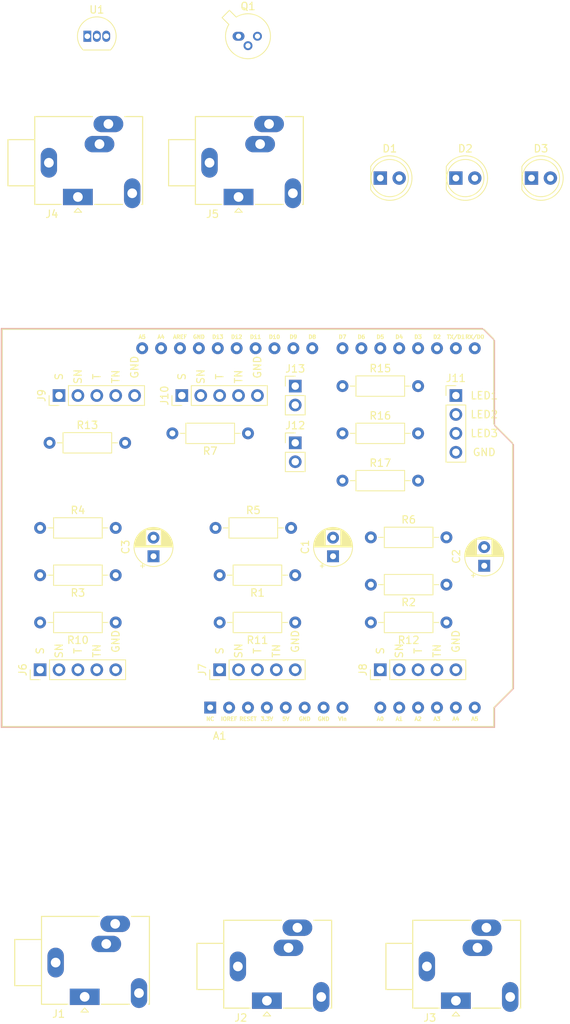
<source format=kicad_pcb>
(kicad_pcb (version 20171130) (host pcbnew 5.1.5-52549c5~84~ubuntu18.04.1)

  (general
    (thickness 1.6)
    (drawings 9)
    (tracks 0)
    (zones 0)
    (modules 36)
    (nets 68)
  )

  (page A4)
  (layers
    (0 F.Cu signal)
    (31 B.Cu signal)
    (32 B.Adhes user)
    (33 F.Adhes user)
    (34 B.Paste user)
    (35 F.Paste user)
    (36 B.SilkS user)
    (37 F.SilkS user)
    (38 B.Mask user)
    (39 F.Mask user)
    (40 Dwgs.User user)
    (41 Cmts.User user)
    (42 Eco1.User user)
    (43 Eco2.User user)
    (44 Edge.Cuts user)
    (45 Margin user)
    (46 B.CrtYd user)
    (47 F.CrtYd user)
    (48 B.Fab user)
    (49 F.Fab user)
  )

  (setup
    (last_trace_width 0.25)
    (trace_clearance 0.2)
    (zone_clearance 0.508)
    (zone_45_only no)
    (trace_min 0.2)
    (via_size 0.8)
    (via_drill 0.4)
    (via_min_size 0.4)
    (via_min_drill 0.3)
    (uvia_size 0.3)
    (uvia_drill 0.1)
    (uvias_allowed no)
    (uvia_min_size 0.2)
    (uvia_min_drill 0.1)
    (edge_width 0.05)
    (segment_width 0.2)
    (pcb_text_width 0.3)
    (pcb_text_size 1.5 1.5)
    (mod_edge_width 0.12)
    (mod_text_size 1 1)
    (mod_text_width 0.15)
    (pad_size 1.524 1.524)
    (pad_drill 0.762)
    (pad_to_mask_clearance 0.051)
    (solder_mask_min_width 0.25)
    (aux_axis_origin 0 0)
    (visible_elements FFFFFF7F)
    (pcbplotparams
      (layerselection 0x010fc_ffffffff)
      (usegerberextensions false)
      (usegerberattributes false)
      (usegerberadvancedattributes false)
      (creategerberjobfile false)
      (excludeedgelayer true)
      (linewidth 0.100000)
      (plotframeref false)
      (viasonmask false)
      (mode 1)
      (useauxorigin false)
      (hpglpennumber 1)
      (hpglpenspeed 20)
      (hpglpendiameter 15.000000)
      (psnegative false)
      (psa4output false)
      (plotreference true)
      (plotvalue true)
      (plotinvisibletext false)
      (padsonsilk false)
      (subtractmaskfromsilk false)
      (outputformat 1)
      (mirror false)
      (drillshape 1)
      (scaleselection 1)
      (outputdirectory ""))
  )

  (net 0 "")
  (net 1 "Net-(A1-Pad16)")
  (net 2 "Net-(A1-Pad15)")
  (net 3 "Net-(A1-Pad30)")
  (net 4 "Net-(A1-Pad14)")
  (net 5 /GND)
  (net 6 "Net-(A1-Pad13)")
  (net 7 "Net-(A1-Pad28)")
  (net 8 "Net-(A1-Pad12)")
  (net 9 "Net-(A1-Pad27)")
  (net 10 "Net-(A1-Pad11)")
  (net 11 "Net-(A1-Pad26)")
  (net 12 "Net-(A1-Pad10)")
  (net 13 "Net-(A1-Pad25)")
  (net 14 "Net-(A1-Pad9)")
  (net 15 "Net-(A1-Pad24)")
  (net 16 "Net-(A1-Pad8)")
  (net 17 "Net-(A1-Pad23)")
  (net 18 "Net-(A1-Pad22)")
  (net 19 "Net-(A1-Pad6)")
  (net 20 "Net-(A1-Pad21)")
  (net 21 /Collector)
  (net 22 "Net-(A1-Pad20)")
  (net 23 "Net-(A1-Pad4)")
  (net 24 /Emitter)
  (net 25 "Net-(A1-Pad3)")
  (net 26 "Net-(A1-Pad18)")
  (net 27 "Net-(A1-Pad2)")
  (net 28 /Data)
  (net 29 "Net-(A1-Pad1)")
  (net 30 "Net-(A1-Pad31)")
  (net 31 "Net-(A1-Pad32)")
  (net 32 "Net-(C1-Pad1)")
  (net 33 "Net-(C2-Pad1)")
  (net 34 "Net-(C3-Pad1)")
  (net 35 "Net-(D1-Pad2)")
  (net 36 "Net-(D2-Pad2)")
  (net 37 "Net-(D3-Pad2)")
  (net 38 "Net-(J1-PadS)")
  (net 39 "Net-(J1-PadSN)")
  (net 40 "Net-(J1-PadTN)")
  (net 41 "Net-(J2-PadS)")
  (net 42 "Net-(J2-PadSN)")
  (net 43 "Net-(J2-PadTN)")
  (net 44 "Net-(J3-PadS)")
  (net 45 "Net-(J3-PadSN)")
  (net 46 "Net-(J3-PadTN)")
  (net 47 "Net-(J4-PadSN)")
  (net 48 "Net-(J4-PadTN)")
  (net 49 "Net-(J5-PadG)")
  (net 50 "Net-(J5-PadSN)")
  (net 51 "Net-(J5-PadTN)")
  (net 52 "Net-(J6-Pad4)")
  (net 53 "Net-(J6-Pad2)")
  (net 54 "Net-(J6-Pad1)")
  (net 55 "Net-(J7-Pad4)")
  (net 56 "Net-(J7-Pad2)")
  (net 57 "Net-(J7-Pad1)")
  (net 58 "Net-(J8-Pad4)")
  (net 59 "Net-(J8-Pad2)")
  (net 60 "Net-(J8-Pad1)")
  (net 61 "Net-(J9-Pad4)")
  (net 62 "Net-(J9-Pad2)")
  (net 63 "Net-(J10-Pad5)")
  (net 64 "Net-(J10-Pad4)")
  (net 65 "Net-(J10-Pad2)")
  (net 66 "Net-(Q1-Pad2)")
  (net 67 "Net-(A1-Pad19)")

  (net_class Default "This is the default net class."
    (clearance 0.2)
    (trace_width 0.25)
    (via_dia 0.8)
    (via_drill 0.4)
    (uvia_dia 0.3)
    (uvia_drill 0.1)
    (add_net /Collector)
    (add_net /Data)
    (add_net /Emitter)
    (add_net /GND)
    (add_net "Net-(A1-Pad1)")
    (add_net "Net-(A1-Pad10)")
    (add_net "Net-(A1-Pad11)")
    (add_net "Net-(A1-Pad12)")
    (add_net "Net-(A1-Pad13)")
    (add_net "Net-(A1-Pad14)")
    (add_net "Net-(A1-Pad15)")
    (add_net "Net-(A1-Pad16)")
    (add_net "Net-(A1-Pad18)")
    (add_net "Net-(A1-Pad19)")
    (add_net "Net-(A1-Pad2)")
    (add_net "Net-(A1-Pad20)")
    (add_net "Net-(A1-Pad21)")
    (add_net "Net-(A1-Pad22)")
    (add_net "Net-(A1-Pad23)")
    (add_net "Net-(A1-Pad24)")
    (add_net "Net-(A1-Pad25)")
    (add_net "Net-(A1-Pad26)")
    (add_net "Net-(A1-Pad27)")
    (add_net "Net-(A1-Pad28)")
    (add_net "Net-(A1-Pad3)")
    (add_net "Net-(A1-Pad30)")
    (add_net "Net-(A1-Pad31)")
    (add_net "Net-(A1-Pad32)")
    (add_net "Net-(A1-Pad4)")
    (add_net "Net-(A1-Pad6)")
    (add_net "Net-(A1-Pad8)")
    (add_net "Net-(A1-Pad9)")
    (add_net "Net-(C1-Pad1)")
    (add_net "Net-(C2-Pad1)")
    (add_net "Net-(C3-Pad1)")
    (add_net "Net-(D1-Pad2)")
    (add_net "Net-(D2-Pad2)")
    (add_net "Net-(D3-Pad2)")
    (add_net "Net-(J1-PadS)")
    (add_net "Net-(J1-PadSN)")
    (add_net "Net-(J1-PadTN)")
    (add_net "Net-(J10-Pad2)")
    (add_net "Net-(J10-Pad4)")
    (add_net "Net-(J10-Pad5)")
    (add_net "Net-(J2-PadS)")
    (add_net "Net-(J2-PadSN)")
    (add_net "Net-(J2-PadTN)")
    (add_net "Net-(J3-PadS)")
    (add_net "Net-(J3-PadSN)")
    (add_net "Net-(J3-PadTN)")
    (add_net "Net-(J4-PadSN)")
    (add_net "Net-(J4-PadTN)")
    (add_net "Net-(J5-PadG)")
    (add_net "Net-(J5-PadSN)")
    (add_net "Net-(J5-PadTN)")
    (add_net "Net-(J6-Pad1)")
    (add_net "Net-(J6-Pad2)")
    (add_net "Net-(J6-Pad4)")
    (add_net "Net-(J7-Pad1)")
    (add_net "Net-(J7-Pad2)")
    (add_net "Net-(J7-Pad4)")
    (add_net "Net-(J8-Pad1)")
    (add_net "Net-(J8-Pad2)")
    (add_net "Net-(J8-Pad4)")
    (add_net "Net-(J9-Pad2)")
    (add_net "Net-(J9-Pad4)")
    (add_net "Net-(Q1-Pad2)")
  )

  (net_class 20 ""
    (clearance 0.2)
    (trace_width 0.508)
    (via_dia 0.8)
    (via_drill 0.4)
    (uvia_dia 0.3)
    (uvia_drill 0.1)
  )

  (module My_Misc:My_Jack_3.5mm_Ledino_KB3SPRS_Horizontal (layer F.Cu) (tedit 5E402DC2) (tstamp 5E4846FF)
    (at 116.48 148.07)
    (descr https://www.reichelt.de/index.html?ACTION=7&LA=3&OPEN=0&INDEX=0&FILENAME=C160%252FKB3SPRS.pdf)
    (tags "jack stereo TRS")
    (path /5E403A0A)
    (fp_text reference J1 (at -3.5 2.3) (layer F.SilkS)
      (effects (font (size 1 1) (thickness 0.15)))
    )
    (fp_text value R1 (at 2.3 -12.2) (layer F.Fab)
      (effects (font (size 1 1) (thickness 0.15)))
    )
    (fp_circle (center 0.1 -1.75) (end 0.4 -1.55) (layer F.Fab) (width 0.12))
    (fp_line (start 9.1 2) (end 9.1 -11.4) (layer F.CrtYd) (width 0.05))
    (fp_line (start -9.8 -11.4) (end -9.8 2) (layer F.CrtYd) (width 0.05))
    (fp_line (start -9.4 -1.5) (end -5.8 -1.5) (layer F.SilkS) (width 0.15))
    (fp_line (start -9.4 -7.7) (end -9.4 -1.5) (layer F.SilkS) (width 0.15))
    (fp_line (start -5.8 -7.7) (end -9.4 -7.7) (layer F.SilkS) (width 0.15))
    (fp_line (start -5.8 1) (end -5.8 -10.8) (layer F.SilkS) (width 0.15))
    (fp_line (start -2.25 1) (end -5.8 1) (layer F.SilkS) (width 0.15))
    (fp_line (start 6 1) (end 2.25 1) (layer F.SilkS) (width 0.15))
    (fp_line (start 8.7 1) (end 8.6 1) (layer F.SilkS) (width 0.15))
    (fp_line (start 8.7 -10.8) (end 8.7 1) (layer F.SilkS) (width 0.15))
    (fp_line (start 6.3 -10.8) (end 8.7 -10.8) (layer F.SilkS) (width 0.15))
    (fp_line (start -5.8 -10.8) (end 1.95 -10.8) (layer F.SilkS) (width 0.15))
    (fp_line (start 9.1 -11.4) (end -9.8 -11.4) (layer F.CrtYd) (width 0.05))
    (fp_line (start -9.8 2) (end 9.1 2) (layer F.CrtYd) (width 0.05))
    (fp_line (start 8.6 -10.7) (end -5.7 -10.7) (layer F.Fab) (width 0.1))
    (fp_line (start 8.6 0.9) (end 8.6 -10.7) (layer F.Fab) (width 0.1))
    (fp_line (start -5.7 0.9) (end 8.6 0.9) (layer F.Fab) (width 0.1))
    (fp_line (start -5.7 -10.7) (end -5.7 0.9) (layer F.Fab) (width 0.1))
    (fp_line (start -9.3 -7.6) (end -5.7 -7.6) (layer F.Fab) (width 0.1))
    (fp_line (start -9.3 -1.6) (end -5.7 -1.6) (layer F.Fab) (width 0.1))
    (fp_line (start -9.3 -7.6) (end -9.3 -1.6) (layer F.Fab) (width 0.1))
    (fp_line (start 0 1.5) (end -0.5 2.05) (layer F.SilkS) (width 0.12))
    (fp_line (start -0.5 2.05) (end 0.5 2.05) (layer F.SilkS) (width 0.12))
    (fp_line (start 0.5 2.05) (end 0 1.5) (layer F.SilkS) (width 0.12))
    (fp_text user %R (at 2.7 -4.6) (layer F.Fab)
      (effects (font (size 1 1) (thickness 0.15)))
    )
    (pad G thru_hole oval (at -3.9 -4.6) (size 2.2 4) (drill 1.3) (layers *.Cu *.Mask)
      (net 34 "Net-(C3-Pad1)"))
    (pad S thru_hole oval (at 4.1 -9.8) (size 4 2.2) (drill 1.3) (layers *.Cu *.Mask)
      (net 38 "Net-(J1-PadS)"))
    (pad SN thru_hole oval (at 2.9 -7.1) (size 4 2.2) (drill 1.3) (layers *.Cu *.Mask)
      (net 39 "Net-(J1-PadSN)"))
    (pad TN thru_hole oval (at 7.3 -0.5 90) (size 4 2.2) (drill 1.3) (layers *.Cu *.Mask)
      (net 40 "Net-(J1-PadTN)"))
    (pad T thru_hole rect (at 0 0) (size 4 2.2) (drill 1.3) (layers *.Cu *.Mask)
      (net 12 "Net-(A1-Pad10)"))
    (model ${KISYS3DMOD}/Connector_Audio.3dshapes/Jack_3.5mm_Ledino_KB3SPRS_Horizontal.wrl
      (at (xyz 0 0 0))
      (scale (xyz 1 1 1))
      (rotate (xyz 0 0 0))
    )
  )

  (module My_Misc:My_Jack_3.5mm_Ledino_KB3SPRS_Horizontal (layer F.Cu) (tedit 5E402DC2) (tstamp 5E484722)
    (at 140.97 148.59)
    (descr https://www.reichelt.de/index.html?ACTION=7&LA=3&OPEN=0&INDEX=0&FILENAME=C160%252FKB3SPRS.pdf)
    (tags "jack stereo TRS")
    (path /5E405AED)
    (fp_text reference J2 (at -3.5 2.3) (layer F.SilkS)
      (effects (font (size 1 1) (thickness 0.15)))
    )
    (fp_text value S2 (at 2.3 -12.2) (layer F.Fab)
      (effects (font (size 1 1) (thickness 0.15)))
    )
    (fp_circle (center 0.1 -1.75) (end 0.4 -1.55) (layer F.Fab) (width 0.12))
    (fp_line (start 9.1 2) (end 9.1 -11.4) (layer F.CrtYd) (width 0.05))
    (fp_line (start -9.8 -11.4) (end -9.8 2) (layer F.CrtYd) (width 0.05))
    (fp_line (start -9.4 -1.5) (end -5.8 -1.5) (layer F.SilkS) (width 0.15))
    (fp_line (start -9.4 -7.7) (end -9.4 -1.5) (layer F.SilkS) (width 0.15))
    (fp_line (start -5.8 -7.7) (end -9.4 -7.7) (layer F.SilkS) (width 0.15))
    (fp_line (start -5.8 1) (end -5.8 -10.8) (layer F.SilkS) (width 0.15))
    (fp_line (start -2.25 1) (end -5.8 1) (layer F.SilkS) (width 0.15))
    (fp_line (start 6 1) (end 2.25 1) (layer F.SilkS) (width 0.15))
    (fp_line (start 8.7 1) (end 8.6 1) (layer F.SilkS) (width 0.15))
    (fp_line (start 8.7 -10.8) (end 8.7 1) (layer F.SilkS) (width 0.15))
    (fp_line (start 6.3 -10.8) (end 8.7 -10.8) (layer F.SilkS) (width 0.15))
    (fp_line (start -5.8 -10.8) (end 1.95 -10.8) (layer F.SilkS) (width 0.15))
    (fp_line (start 9.1 -11.4) (end -9.8 -11.4) (layer F.CrtYd) (width 0.05))
    (fp_line (start -9.8 2) (end 9.1 2) (layer F.CrtYd) (width 0.05))
    (fp_line (start 8.6 -10.7) (end -5.7 -10.7) (layer F.Fab) (width 0.1))
    (fp_line (start 8.6 0.9) (end 8.6 -10.7) (layer F.Fab) (width 0.1))
    (fp_line (start -5.7 0.9) (end 8.6 0.9) (layer F.Fab) (width 0.1))
    (fp_line (start -5.7 -10.7) (end -5.7 0.9) (layer F.Fab) (width 0.1))
    (fp_line (start -9.3 -7.6) (end -5.7 -7.6) (layer F.Fab) (width 0.1))
    (fp_line (start -9.3 -1.6) (end -5.7 -1.6) (layer F.Fab) (width 0.1))
    (fp_line (start -9.3 -7.6) (end -9.3 -1.6) (layer F.Fab) (width 0.1))
    (fp_line (start 0 1.5) (end -0.5 2.05) (layer F.SilkS) (width 0.12))
    (fp_line (start -0.5 2.05) (end 0.5 2.05) (layer F.SilkS) (width 0.12))
    (fp_line (start 0.5 2.05) (end 0 1.5) (layer F.SilkS) (width 0.12))
    (fp_text user %R (at 2.7 -4.6) (layer F.Fab)
      (effects (font (size 1 1) (thickness 0.15)))
    )
    (pad G thru_hole oval (at -3.9 -4.6) (size 2.2 4) (drill 1.3) (layers *.Cu *.Mask)
      (net 32 "Net-(C1-Pad1)"))
    (pad S thru_hole oval (at 4.1 -9.8) (size 4 2.2) (drill 1.3) (layers *.Cu *.Mask)
      (net 41 "Net-(J2-PadS)"))
    (pad SN thru_hole oval (at 2.9 -7.1) (size 4 2.2) (drill 1.3) (layers *.Cu *.Mask)
      (net 42 "Net-(J2-PadSN)"))
    (pad TN thru_hole oval (at 7.3 -0.5 90) (size 4 2.2) (drill 1.3) (layers *.Cu *.Mask)
      (net 43 "Net-(J2-PadTN)"))
    (pad T thru_hole rect (at 0 0) (size 4 2.2) (drill 1.3) (layers *.Cu *.Mask)
      (net 10 "Net-(A1-Pad11)"))
    (model ${KISYS3DMOD}/Connector_Audio.3dshapes/Jack_3.5mm_Ledino_KB3SPRS_Horizontal.wrl
      (at (xyz 0 0 0))
      (scale (xyz 1 1 1))
      (rotate (xyz 0 0 0))
    )
  )

  (module My_Misc:My_Jack_3.5mm_Ledino_KB3SPRS_Horizontal (layer F.Cu) (tedit 5E402DC2) (tstamp 5E484745)
    (at 166.37 148.59)
    (descr https://www.reichelt.de/index.html?ACTION=7&LA=3&OPEN=0&INDEX=0&FILENAME=C160%252FKB3SPRS.pdf)
    (tags "jack stereo TRS")
    (path /5E4063C7)
    (fp_text reference J3 (at -3.5 2.3) (layer F.SilkS)
      (effects (font (size 1 1) (thickness 0.15)))
    )
    (fp_text value T3 (at 2.3 -12.2) (layer F.Fab)
      (effects (font (size 1 1) (thickness 0.15)))
    )
    (fp_circle (center 0.1 -1.75) (end 0.4 -1.55) (layer F.Fab) (width 0.12))
    (fp_line (start 9.1 2) (end 9.1 -11.4) (layer F.CrtYd) (width 0.05))
    (fp_line (start -9.8 -11.4) (end -9.8 2) (layer F.CrtYd) (width 0.05))
    (fp_line (start -9.4 -1.5) (end -5.8 -1.5) (layer F.SilkS) (width 0.15))
    (fp_line (start -9.4 -7.7) (end -9.4 -1.5) (layer F.SilkS) (width 0.15))
    (fp_line (start -5.8 -7.7) (end -9.4 -7.7) (layer F.SilkS) (width 0.15))
    (fp_line (start -5.8 1) (end -5.8 -10.8) (layer F.SilkS) (width 0.15))
    (fp_line (start -2.25 1) (end -5.8 1) (layer F.SilkS) (width 0.15))
    (fp_line (start 6 1) (end 2.25 1) (layer F.SilkS) (width 0.15))
    (fp_line (start 8.7 1) (end 8.6 1) (layer F.SilkS) (width 0.15))
    (fp_line (start 8.7 -10.8) (end 8.7 1) (layer F.SilkS) (width 0.15))
    (fp_line (start 6.3 -10.8) (end 8.7 -10.8) (layer F.SilkS) (width 0.15))
    (fp_line (start -5.8 -10.8) (end 1.95 -10.8) (layer F.SilkS) (width 0.15))
    (fp_line (start 9.1 -11.4) (end -9.8 -11.4) (layer F.CrtYd) (width 0.05))
    (fp_line (start -9.8 2) (end 9.1 2) (layer F.CrtYd) (width 0.05))
    (fp_line (start 8.6 -10.7) (end -5.7 -10.7) (layer F.Fab) (width 0.1))
    (fp_line (start 8.6 0.9) (end 8.6 -10.7) (layer F.Fab) (width 0.1))
    (fp_line (start -5.7 0.9) (end 8.6 0.9) (layer F.Fab) (width 0.1))
    (fp_line (start -5.7 -10.7) (end -5.7 0.9) (layer F.Fab) (width 0.1))
    (fp_line (start -9.3 -7.6) (end -5.7 -7.6) (layer F.Fab) (width 0.1))
    (fp_line (start -9.3 -1.6) (end -5.7 -1.6) (layer F.Fab) (width 0.1))
    (fp_line (start -9.3 -7.6) (end -9.3 -1.6) (layer F.Fab) (width 0.1))
    (fp_line (start 0 1.5) (end -0.5 2.05) (layer F.SilkS) (width 0.12))
    (fp_line (start -0.5 2.05) (end 0.5 2.05) (layer F.SilkS) (width 0.12))
    (fp_line (start 0.5 2.05) (end 0 1.5) (layer F.SilkS) (width 0.12))
    (fp_text user %R (at 2.7 -4.6) (layer F.Fab)
      (effects (font (size 1 1) (thickness 0.15)))
    )
    (pad G thru_hole oval (at -3.9 -4.6) (size 2.2 4) (drill 1.3) (layers *.Cu *.Mask)
      (net 33 "Net-(C2-Pad1)"))
    (pad S thru_hole oval (at 4.1 -9.8) (size 4 2.2) (drill 1.3) (layers *.Cu *.Mask)
      (net 44 "Net-(J3-PadS)"))
    (pad SN thru_hole oval (at 2.9 -7.1) (size 4 2.2) (drill 1.3) (layers *.Cu *.Mask)
      (net 45 "Net-(J3-PadSN)"))
    (pad TN thru_hole oval (at 7.3 -0.5 90) (size 4 2.2) (drill 1.3) (layers *.Cu *.Mask)
      (net 46 "Net-(J3-PadTN)"))
    (pad T thru_hole rect (at 0 0) (size 4 2.2) (drill 1.3) (layers *.Cu *.Mask)
      (net 8 "Net-(A1-Pad12)"))
    (model ${KISYS3DMOD}/Connector_Audio.3dshapes/Jack_3.5mm_Ledino_KB3SPRS_Horizontal.wrl
      (at (xyz 0 0 0))
      (scale (xyz 1 1 1))
      (rotate (xyz 0 0 0))
    )
  )

  (module Package_TO_SOT_THT:TO-18-3 (layer F.Cu) (tedit 5A02FF81) (tstamp 5E48484C)
    (at 137.16 19.05)
    (descr TO-18-3)
    (tags TO-18-3)
    (path /5E4D2B82)
    (fp_text reference Q1 (at 1.27 -4.02) (layer F.SilkS)
      (effects (font (size 1 1) (thickness 0.15)))
    )
    (fp_text value Q_Photo_NPN_CBE (at 1.27 4.02) (layer F.Fab)
      (effects (font (size 1 1) (thickness 0.15)))
    )
    (fp_arc (start 1.27 0) (end -0.312331 -2.572281) (angle 333.2) (layer F.SilkS) (width 0.12))
    (fp_arc (start 1.27 0) (end -0.329057 -2.419301) (angle 336.9) (layer F.Fab) (width 0.1))
    (fp_circle (center 1.27 0) (end 3.67 0) (layer F.Fab) (width 0.1))
    (fp_line (start 4.42 -3.5) (end -2.23 -3.5) (layer F.CrtYd) (width 0.05))
    (fp_line (start 4.42 3.15) (end 4.42 -3.5) (layer F.CrtYd) (width 0.05))
    (fp_line (start -2.23 3.15) (end 4.42 3.15) (layer F.CrtYd) (width 0.05))
    (fp_line (start -2.23 -3.5) (end -2.23 3.15) (layer F.CrtYd) (width 0.05))
    (fp_line (start -2.214448 -2.494499) (end -1.302281 -1.582331) (layer F.SilkS) (width 0.12))
    (fp_line (start -1.224499 -3.484448) (end -2.214448 -2.494499) (layer F.SilkS) (width 0.12))
    (fp_line (start -0.312331 -2.572281) (end -1.224499 -3.484448) (layer F.SilkS) (width 0.12))
    (fp_line (start -1.976616 -2.426372) (end -1.149301 -1.599057) (layer F.Fab) (width 0.1))
    (fp_line (start -1.156372 -3.246616) (end -1.976616 -2.426372) (layer F.Fab) (width 0.1))
    (fp_line (start -0.329057 -2.419301) (end -1.156372 -3.246616) (layer F.Fab) (width 0.1))
    (fp_text user %R (at 1.27 -4.02) (layer F.Fab)
      (effects (font (size 1 1) (thickness 0.15)))
    )
    (pad 3 thru_hole oval (at 2.54 0) (size 1.2 1.2) (drill 0.7) (layers *.Cu *.Mask)
      (net 24 /Emitter))
    (pad 2 thru_hole oval (at 1.27 1.27) (size 1.2 1.2) (drill 0.7) (layers *.Cu *.Mask)
      (net 66 "Net-(Q1-Pad2)"))
    (pad 1 thru_hole oval (at 0 0) (size 1.6 1.2) (drill 0.7) (layers *.Cu *.Mask)
      (net 21 /Collector))
    (model ${KISYS3DMOD}/Package_TO_SOT_THT.3dshapes/TO-18-3.wrl
      (at (xyz 0 0 0))
      (scale (xyz 1 1 1))
      (rotate (xyz 0 0 0))
    )
  )

  (module My_Misc:My_Jack_3.5mm_Ledino_KB3SPRS_Horizontal (layer F.Cu) (tedit 5E402DC2) (tstamp 5E48478B)
    (at 137.16 40.64)
    (descr https://www.reichelt.de/index.html?ACTION=7&LA=3&OPEN=0&INDEX=0&FILENAME=C160%252FKB3SPRS.pdf)
    (tags "jack stereo TRS")
    (path /5E40C197)
    (fp_text reference J5 (at -3.5 2.3) (layer F.SilkS)
      (effects (font (size 1 1) (thickness 0.15)))
    )
    (fp_text value "LED sensor" (at 2.3 -12.2) (layer F.Fab)
      (effects (font (size 1 1) (thickness 0.15)))
    )
    (fp_circle (center 0.1 -1.75) (end 0.4 -1.55) (layer F.Fab) (width 0.12))
    (fp_line (start 9.1 2) (end 9.1 -11.4) (layer F.CrtYd) (width 0.05))
    (fp_line (start -9.8 -11.4) (end -9.8 2) (layer F.CrtYd) (width 0.05))
    (fp_line (start -9.4 -1.5) (end -5.8 -1.5) (layer F.SilkS) (width 0.15))
    (fp_line (start -9.4 -7.7) (end -9.4 -1.5) (layer F.SilkS) (width 0.15))
    (fp_line (start -5.8 -7.7) (end -9.4 -7.7) (layer F.SilkS) (width 0.15))
    (fp_line (start -5.8 1) (end -5.8 -10.8) (layer F.SilkS) (width 0.15))
    (fp_line (start -2.25 1) (end -5.8 1) (layer F.SilkS) (width 0.15))
    (fp_line (start 6 1) (end 2.25 1) (layer F.SilkS) (width 0.15))
    (fp_line (start 8.7 1) (end 8.6 1) (layer F.SilkS) (width 0.15))
    (fp_line (start 8.7 -10.8) (end 8.7 1) (layer F.SilkS) (width 0.15))
    (fp_line (start 6.3 -10.8) (end 8.7 -10.8) (layer F.SilkS) (width 0.15))
    (fp_line (start -5.8 -10.8) (end 1.95 -10.8) (layer F.SilkS) (width 0.15))
    (fp_line (start 9.1 -11.4) (end -9.8 -11.4) (layer F.CrtYd) (width 0.05))
    (fp_line (start -9.8 2) (end 9.1 2) (layer F.CrtYd) (width 0.05))
    (fp_line (start 8.6 -10.7) (end -5.7 -10.7) (layer F.Fab) (width 0.1))
    (fp_line (start 8.6 0.9) (end 8.6 -10.7) (layer F.Fab) (width 0.1))
    (fp_line (start -5.7 0.9) (end 8.6 0.9) (layer F.Fab) (width 0.1))
    (fp_line (start -5.7 -10.7) (end -5.7 0.9) (layer F.Fab) (width 0.1))
    (fp_line (start -9.3 -7.6) (end -5.7 -7.6) (layer F.Fab) (width 0.1))
    (fp_line (start -9.3 -1.6) (end -5.7 -1.6) (layer F.Fab) (width 0.1))
    (fp_line (start -9.3 -7.6) (end -9.3 -1.6) (layer F.Fab) (width 0.1))
    (fp_line (start 0 1.5) (end -0.5 2.05) (layer F.SilkS) (width 0.12))
    (fp_line (start -0.5 2.05) (end 0.5 2.05) (layer F.SilkS) (width 0.12))
    (fp_line (start 0.5 2.05) (end 0 1.5) (layer F.SilkS) (width 0.12))
    (fp_text user %R (at 2.7 -4.6) (layer F.Fab)
      (effects (font (size 1 1) (thickness 0.15)))
    )
    (pad G thru_hole oval (at -3.9 -4.6) (size 2.2 4) (drill 1.3) (layers *.Cu *.Mask)
      (net 49 "Net-(J5-PadG)"))
    (pad S thru_hole oval (at 4.1 -9.8) (size 4 2.2) (drill 1.3) (layers *.Cu *.Mask)
      (net 24 /Emitter))
    (pad SN thru_hole oval (at 2.9 -7.1) (size 4 2.2) (drill 1.3) (layers *.Cu *.Mask)
      (net 50 "Net-(J5-PadSN)"))
    (pad TN thru_hole oval (at 7.3 -0.5 90) (size 4 2.2) (drill 1.3) (layers *.Cu *.Mask)
      (net 51 "Net-(J5-PadTN)"))
    (pad T thru_hole rect (at 0 0) (size 4 2.2) (drill 1.3) (layers *.Cu *.Mask)
      (net 21 /Collector))
    (model ${KISYS3DMOD}/Connector_Audio.3dshapes/Jack_3.5mm_Ledino_KB3SPRS_Horizontal.wrl
      (at (xyz 0 0 0))
      (scale (xyz 1 1 1))
      (rotate (xyz 0 0 0))
    )
  )

  (module Package_TO_SOT_THT:TO-92_Inline (layer F.Cu) (tedit 5A1DD157) (tstamp 5E4849A0)
    (at 116.84 19.05)
    (descr "TO-92 leads in-line, narrow, oval pads, drill 0.75mm (see NXP sot054_po.pdf)")
    (tags "to-92 sc-43 sc-43a sot54 PA33 transistor")
    (path /5E54F8DF)
    (fp_text reference U1 (at 1.27 -3.56) (layer F.SilkS)
      (effects (font (size 1 1) (thickness 0.15)))
    )
    (fp_text value DS18B20 (at 1.27 2.79) (layer F.Fab)
      (effects (font (size 1 1) (thickness 0.15)))
    )
    (fp_arc (start 1.27 0) (end 1.27 -2.6) (angle 135) (layer F.SilkS) (width 0.12))
    (fp_arc (start 1.27 0) (end 1.27 -2.48) (angle -135) (layer F.Fab) (width 0.1))
    (fp_arc (start 1.27 0) (end 1.27 -2.6) (angle -135) (layer F.SilkS) (width 0.12))
    (fp_arc (start 1.27 0) (end 1.27 -2.48) (angle 135) (layer F.Fab) (width 0.1))
    (fp_line (start 4 2.01) (end -1.46 2.01) (layer F.CrtYd) (width 0.05))
    (fp_line (start 4 2.01) (end 4 -2.73) (layer F.CrtYd) (width 0.05))
    (fp_line (start -1.46 -2.73) (end -1.46 2.01) (layer F.CrtYd) (width 0.05))
    (fp_line (start -1.46 -2.73) (end 4 -2.73) (layer F.CrtYd) (width 0.05))
    (fp_line (start -0.5 1.75) (end 3 1.75) (layer F.Fab) (width 0.1))
    (fp_line (start -0.53 1.85) (end 3.07 1.85) (layer F.SilkS) (width 0.12))
    (fp_text user %R (at 1.27 -3.56) (layer F.Fab)
      (effects (font (size 1 1) (thickness 0.15)))
    )
    (pad 1 thru_hole rect (at 0 0) (size 1.05 1.5) (drill 0.75) (layers *.Cu *.Mask)
      (net 5 /GND))
    (pad 3 thru_hole oval (at 2.54 0) (size 1.05 1.5) (drill 0.75) (layers *.Cu *.Mask)
      (net 21 /Collector))
    (pad 2 thru_hole oval (at 1.27 0) (size 1.05 1.5) (drill 0.75) (layers *.Cu *.Mask)
      (net 28 /Data))
    (model ${KISYS3DMOD}/Package_TO_SOT_THT.3dshapes/TO-92_Inline.wrl
      (at (xyz 0 0 0))
      (scale (xyz 1 1 1))
      (rotate (xyz 0 0 0))
    )
  )

  (module My_Misc:My_Jack_3.5mm_Ledino_KB3SPRS_Horizontal (layer F.Cu) (tedit 5E402DC2) (tstamp 5E484768)
    (at 115.57 40.64)
    (descr https://www.reichelt.de/index.html?ACTION=7&LA=3&OPEN=0&INDEX=0&FILENAME=C160%252FKB3SPRS.pdf)
    (tags "jack stereo TRS")
    (path /5E4064AD)
    (fp_text reference J4 (at -3.5 2.3) (layer F.SilkS)
      (effects (font (size 1 1) (thickness 0.15)))
    )
    (fp_text value "OneWire bus" (at 2.3 -12.2) (layer F.Fab)
      (effects (font (size 1 1) (thickness 0.15)))
    )
    (fp_circle (center 0.1 -1.75) (end 0.4 -1.55) (layer F.Fab) (width 0.12))
    (fp_line (start 9.1 2) (end 9.1 -11.4) (layer F.CrtYd) (width 0.05))
    (fp_line (start -9.8 -11.4) (end -9.8 2) (layer F.CrtYd) (width 0.05))
    (fp_line (start -9.4 -1.5) (end -5.8 -1.5) (layer F.SilkS) (width 0.15))
    (fp_line (start -9.4 -7.7) (end -9.4 -1.5) (layer F.SilkS) (width 0.15))
    (fp_line (start -5.8 -7.7) (end -9.4 -7.7) (layer F.SilkS) (width 0.15))
    (fp_line (start -5.8 1) (end -5.8 -10.8) (layer F.SilkS) (width 0.15))
    (fp_line (start -2.25 1) (end -5.8 1) (layer F.SilkS) (width 0.15))
    (fp_line (start 6 1) (end 2.25 1) (layer F.SilkS) (width 0.15))
    (fp_line (start 8.7 1) (end 8.6 1) (layer F.SilkS) (width 0.15))
    (fp_line (start 8.7 -10.8) (end 8.7 1) (layer F.SilkS) (width 0.15))
    (fp_line (start 6.3 -10.8) (end 8.7 -10.8) (layer F.SilkS) (width 0.15))
    (fp_line (start -5.8 -10.8) (end 1.95 -10.8) (layer F.SilkS) (width 0.15))
    (fp_line (start 9.1 -11.4) (end -9.8 -11.4) (layer F.CrtYd) (width 0.05))
    (fp_line (start -9.8 2) (end 9.1 2) (layer F.CrtYd) (width 0.05))
    (fp_line (start 8.6 -10.7) (end -5.7 -10.7) (layer F.Fab) (width 0.1))
    (fp_line (start 8.6 0.9) (end 8.6 -10.7) (layer F.Fab) (width 0.1))
    (fp_line (start -5.7 0.9) (end 8.6 0.9) (layer F.Fab) (width 0.1))
    (fp_line (start -5.7 -10.7) (end -5.7 0.9) (layer F.Fab) (width 0.1))
    (fp_line (start -9.3 -7.6) (end -5.7 -7.6) (layer F.Fab) (width 0.1))
    (fp_line (start -9.3 -1.6) (end -5.7 -1.6) (layer F.Fab) (width 0.1))
    (fp_line (start -9.3 -7.6) (end -9.3 -1.6) (layer F.Fab) (width 0.1))
    (fp_line (start 0 1.5) (end -0.5 2.05) (layer F.SilkS) (width 0.12))
    (fp_line (start -0.5 2.05) (end 0.5 2.05) (layer F.SilkS) (width 0.12))
    (fp_line (start 0.5 2.05) (end 0 1.5) (layer F.SilkS) (width 0.12))
    (fp_text user %R (at 2.7 -4.6) (layer F.Fab)
      (effects (font (size 1 1) (thickness 0.15)))
    )
    (pad G thru_hole oval (at -3.9 -4.6) (size 2.2 4) (drill 1.3) (layers *.Cu *.Mask)
      (net 5 /GND))
    (pad S thru_hole oval (at 4.1 -9.8) (size 4 2.2) (drill 1.3) (layers *.Cu *.Mask)
      (net 28 /Data))
    (pad SN thru_hole oval (at 2.9 -7.1) (size 4 2.2) (drill 1.3) (layers *.Cu *.Mask)
      (net 47 "Net-(J4-PadSN)"))
    (pad TN thru_hole oval (at 7.3 -0.5 90) (size 4 2.2) (drill 1.3) (layers *.Cu *.Mask)
      (net 48 "Net-(J4-PadTN)"))
    (pad T thru_hole rect (at 0 0) (size 4 2.2) (drill 1.3) (layers *.Cu *.Mask)
      (net 21 /Collector))
    (model ${KISYS3DMOD}/Connector_Audio.3dshapes/Jack_3.5mm_Ledino_KB3SPRS_Horizontal.wrl
      (at (xyz 0 0 0))
      (scale (xyz 1 1 1))
      (rotate (xyz 0 0 0))
    )
  )

  (module LED_THT:LED_D5.0mm (layer F.Cu) (tedit 5995936A) (tstamp 5E4846DC)
    (at 176.53 38.1)
    (descr "LED, diameter 5.0mm, 2 pins, http://cdn-reichelt.de/documents/datenblatt/A500/LL-504BC2E-009.pdf")
    (tags "LED diameter 5.0mm 2 pins")
    (path /5E52A4CF)
    (fp_text reference D3 (at 1.27 -3.96) (layer F.SilkS)
      (effects (font (size 1 1) (thickness 0.15)))
    )
    (fp_text value "Pulse LED" (at 1.27 3.96) (layer F.Fab)
      (effects (font (size 1 1) (thickness 0.15)))
    )
    (fp_text user %R (at 1.25 0) (layer F.Fab)
      (effects (font (size 0.8 0.8) (thickness 0.2)))
    )
    (fp_line (start 4.5 -3.25) (end -1.95 -3.25) (layer F.CrtYd) (width 0.05))
    (fp_line (start 4.5 3.25) (end 4.5 -3.25) (layer F.CrtYd) (width 0.05))
    (fp_line (start -1.95 3.25) (end 4.5 3.25) (layer F.CrtYd) (width 0.05))
    (fp_line (start -1.95 -3.25) (end -1.95 3.25) (layer F.CrtYd) (width 0.05))
    (fp_line (start -1.29 -1.545) (end -1.29 1.545) (layer F.SilkS) (width 0.12))
    (fp_line (start -1.23 -1.469694) (end -1.23 1.469694) (layer F.Fab) (width 0.1))
    (fp_circle (center 1.27 0) (end 3.77 0) (layer F.SilkS) (width 0.12))
    (fp_circle (center 1.27 0) (end 3.77 0) (layer F.Fab) (width 0.1))
    (fp_arc (start 1.27 0) (end -1.29 1.54483) (angle -148.9) (layer F.SilkS) (width 0.12))
    (fp_arc (start 1.27 0) (end -1.29 -1.54483) (angle 148.9) (layer F.SilkS) (width 0.12))
    (fp_arc (start 1.27 0) (end -1.23 -1.469694) (angle 299.1) (layer F.Fab) (width 0.1))
    (pad 2 thru_hole circle (at 2.54 0) (size 1.8 1.8) (drill 0.9) (layers *.Cu *.Mask)
      (net 37 "Net-(D3-Pad2)"))
    (pad 1 thru_hole rect (at 0 0) (size 1.8 1.8) (drill 0.9) (layers *.Cu *.Mask)
      (net 5 /GND))
    (model ${KISYS3DMOD}/LED_THT.3dshapes/LED_D5.0mm.wrl
      (at (xyz 0 0 0))
      (scale (xyz 1 1 1))
      (rotate (xyz 0 0 0))
    )
  )

  (module LED_THT:LED_D5.0mm (layer F.Cu) (tedit 5995936A) (tstamp 5E4846CA)
    (at 166.37 38.1)
    (descr "LED, diameter 5.0mm, 2 pins, http://cdn-reichelt.de/documents/datenblatt/A500/LL-504BC2E-009.pdf")
    (tags "LED diameter 5.0mm 2 pins")
    (path /5E526E32)
    (fp_text reference D2 (at 1.27 -3.96) (layer F.SilkS)
      (effects (font (size 1 1) (thickness 0.15)))
    )
    (fp_text value "Polled LED" (at 1.27 3.96) (layer F.Fab)
      (effects (font (size 1 1) (thickness 0.15)))
    )
    (fp_text user %R (at 1.25 0) (layer F.Fab)
      (effects (font (size 0.8 0.8) (thickness 0.2)))
    )
    (fp_line (start 4.5 -3.25) (end -1.95 -3.25) (layer F.CrtYd) (width 0.05))
    (fp_line (start 4.5 3.25) (end 4.5 -3.25) (layer F.CrtYd) (width 0.05))
    (fp_line (start -1.95 3.25) (end 4.5 3.25) (layer F.CrtYd) (width 0.05))
    (fp_line (start -1.95 -3.25) (end -1.95 3.25) (layer F.CrtYd) (width 0.05))
    (fp_line (start -1.29 -1.545) (end -1.29 1.545) (layer F.SilkS) (width 0.12))
    (fp_line (start -1.23 -1.469694) (end -1.23 1.469694) (layer F.Fab) (width 0.1))
    (fp_circle (center 1.27 0) (end 3.77 0) (layer F.SilkS) (width 0.12))
    (fp_circle (center 1.27 0) (end 3.77 0) (layer F.Fab) (width 0.1))
    (fp_arc (start 1.27 0) (end -1.29 1.54483) (angle -148.9) (layer F.SilkS) (width 0.12))
    (fp_arc (start 1.27 0) (end -1.29 -1.54483) (angle 148.9) (layer F.SilkS) (width 0.12))
    (fp_arc (start 1.27 0) (end -1.23 -1.469694) (angle 299.1) (layer F.Fab) (width 0.1))
    (pad 2 thru_hole circle (at 2.54 0) (size 1.8 1.8) (drill 0.9) (layers *.Cu *.Mask)
      (net 36 "Net-(D2-Pad2)"))
    (pad 1 thru_hole rect (at 0 0) (size 1.8 1.8) (drill 0.9) (layers *.Cu *.Mask)
      (net 5 /GND))
    (model ${KISYS3DMOD}/LED_THT.3dshapes/LED_D5.0mm.wrl
      (at (xyz 0 0 0))
      (scale (xyz 1 1 1))
      (rotate (xyz 0 0 0))
    )
  )

  (module LED_THT:LED_D5.0mm (layer F.Cu) (tedit 5995936A) (tstamp 5E4846B8)
    (at 156.21 38.1)
    (descr "LED, diameter 5.0mm, 2 pins, http://cdn-reichelt.de/documents/datenblatt/A500/LL-504BC2E-009.pdf")
    (tags "LED diameter 5.0mm 2 pins")
    (path /5E520DA0)
    (fp_text reference D1 (at 1.27 -3.96) (layer F.SilkS)
      (effects (font (size 1 1) (thickness 0.15)))
    )
    (fp_text value "Status LED" (at 1.27 3.96) (layer F.Fab)
      (effects (font (size 1 1) (thickness 0.15)))
    )
    (fp_text user %R (at 1.25 0) (layer F.Fab)
      (effects (font (size 0.8 0.8) (thickness 0.2)))
    )
    (fp_line (start 4.5 -3.25) (end -1.95 -3.25) (layer F.CrtYd) (width 0.05))
    (fp_line (start 4.5 3.25) (end 4.5 -3.25) (layer F.CrtYd) (width 0.05))
    (fp_line (start -1.95 3.25) (end 4.5 3.25) (layer F.CrtYd) (width 0.05))
    (fp_line (start -1.95 -3.25) (end -1.95 3.25) (layer F.CrtYd) (width 0.05))
    (fp_line (start -1.29 -1.545) (end -1.29 1.545) (layer F.SilkS) (width 0.12))
    (fp_line (start -1.23 -1.469694) (end -1.23 1.469694) (layer F.Fab) (width 0.1))
    (fp_circle (center 1.27 0) (end 3.77 0) (layer F.SilkS) (width 0.12))
    (fp_circle (center 1.27 0) (end 3.77 0) (layer F.Fab) (width 0.1))
    (fp_arc (start 1.27 0) (end -1.29 1.54483) (angle -148.9) (layer F.SilkS) (width 0.12))
    (fp_arc (start 1.27 0) (end -1.29 -1.54483) (angle 148.9) (layer F.SilkS) (width 0.12))
    (fp_arc (start 1.27 0) (end -1.23 -1.469694) (angle 299.1) (layer F.Fab) (width 0.1))
    (pad 2 thru_hole circle (at 2.54 0) (size 1.8 1.8) (drill 0.9) (layers *.Cu *.Mask)
      (net 35 "Net-(D1-Pad2)"))
    (pad 1 thru_hole rect (at 0 0) (size 1.8 1.8) (drill 0.9) (layers *.Cu *.Mask)
      (net 5 /GND))
    (model ${KISYS3DMOD}/LED_THT.3dshapes/LED_D5.0mm.wrl
      (at (xyz 0 0 0))
      (scale (xyz 1 1 1))
      (rotate (xyz 0 0 0))
    )
  )

  (module My_Arduino:Arduino_UNO_R3_shield (layer F.Cu) (tedit 5E485A86) (tstamp 5E48FF7D)
    (at 133.35 109.22)
    (descr "Arduino UNO R3, http://www.mouser.com/pdfdocs/Gravitech_Arduino_Nano3_0.pdf")
    (tags "Arduino UNO R3")
    (path /5E4000FE)
    (fp_text reference A1 (at 1.27 3.81 180) (layer F.SilkS)
      (effects (font (size 1 1) (thickness 0.15)))
    )
    (fp_text value Arduino_UNO_R3 (at 0 -22.86) (layer F.Fab)
      (effects (font (size 1 1) (thickness 0.15)))
    )
    (fp_text user A5 (at -9.144 -49.784) (layer F.SilkS)
      (effects (font (size 0.508 0.508) (thickness 0.127)))
    )
    (fp_text user A4 (at -6.604 -49.784) (layer F.SilkS)
      (effects (font (size 0.508 0.508) (thickness 0.127)))
    )
    (fp_text user AREF (at -4.064 -49.784) (layer F.SilkS)
      (effects (font (size 0.508 0.508) (thickness 0.127)))
    )
    (fp_text user GND (at -1.524 -49.784) (layer F.SilkS)
      (effects (font (size 0.508 0.508) (thickness 0.127)))
    )
    (fp_text user D13 (at 1.016 -49.784) (layer F.SilkS)
      (effects (font (size 0.508 0.508) (thickness 0.127)))
    )
    (fp_text user D12 (at 3.556 -49.784) (layer F.SilkS)
      (effects (font (size 0.508 0.508) (thickness 0.127)))
    )
    (fp_text user D11 (at 6.096 -49.784) (layer F.SilkS)
      (effects (font (size 0.508 0.508) (thickness 0.127)))
    )
    (fp_text user D10 (at 8.636 -49.784) (layer F.SilkS)
      (effects (font (size 0.508 0.508) (thickness 0.127)))
    )
    (fp_text user D9 (at 11.176 -49.784) (layer F.SilkS)
      (effects (font (size 0.508 0.508) (thickness 0.127)))
    )
    (fp_text user D8 (at 13.716 -49.784) (layer F.SilkS)
      (effects (font (size 0.508 0.508) (thickness 0.127)))
    )
    (fp_text user D7 (at 17.78 -49.784) (layer F.SilkS)
      (effects (font (size 0.508 0.508) (thickness 0.127)))
    )
    (fp_text user D6 (at 20.32 -49.784) (layer F.SilkS)
      (effects (font (size 0.508 0.508) (thickness 0.127)))
    )
    (fp_text user D5 (at 22.86 -49.784) (layer F.SilkS)
      (effects (font (size 0.508 0.508) (thickness 0.127)))
    )
    (fp_text user D4 (at 25.4 -49.784) (layer F.SilkS)
      (effects (font (size 0.508 0.508) (thickness 0.127)))
    )
    (fp_text user D3 (at 27.94 -49.784) (layer F.SilkS)
      (effects (font (size 0.508 0.508) (thickness 0.127)))
    )
    (fp_text user D2 (at 30.48 -49.784) (layer F.SilkS)
      (effects (font (size 0.508 0.508) (thickness 0.127)))
    )
    (fp_text user TX/D1 (at 33.02 -49.784) (layer F.SilkS)
      (effects (font (size 0.508 0.508) (thickness 0.127)))
    )
    (fp_text user RX/D0 (at 35.56 -49.784) (layer F.SilkS)
      (effects (font (size 0.508 0.508) (thickness 0.127)))
    )
    (fp_text user A5 (at 35.56 1.524) (layer F.SilkS)
      (effects (font (size 0.508 0.508) (thickness 0.127)))
    )
    (fp_text user A4 (at 33.02 1.524) (layer F.SilkS)
      (effects (font (size 0.508 0.508) (thickness 0.127)))
    )
    (fp_text user A3 (at 30.48 1.524) (layer F.SilkS)
      (effects (font (size 0.508 0.508) (thickness 0.127)))
    )
    (fp_text user A2 (at 27.94 1.524) (layer F.SilkS)
      (effects (font (size 0.508 0.508) (thickness 0.127)))
    )
    (fp_text user A1 (at 25.4 1.524) (layer F.SilkS)
      (effects (font (size 0.508 0.508) (thickness 0.127)))
    )
    (fp_text user A0 (at 22.86 1.524) (layer F.SilkS)
      (effects (font (size 0.508 0.508) (thickness 0.127)))
    )
    (fp_text user Vin (at 17.78 1.524) (layer F.SilkS)
      (effects (font (size 0.508 0.508) (thickness 0.127)))
    )
    (fp_text user GND (at 15.24 1.524) (layer F.SilkS)
      (effects (font (size 0.508 0.508) (thickness 0.127)))
    )
    (fp_text user GND (at 12.7 1.524) (layer F.SilkS)
      (effects (font (size 0.508 0.508) (thickness 0.127)))
    )
    (fp_text user RESET (at 5.08 1.524) (layer F.SilkS)
      (effects (font (size 0.508 0.508) (thickness 0.127)))
    )
    (fp_text user 5V (at 10.16 1.524) (layer F.SilkS)
      (effects (font (size 0.508 0.508) (thickness 0.127)))
    )
    (fp_text user 3.3V (at 7.62 1.524) (layer F.SilkS)
      (effects (font (size 0.508 0.508) (thickness 0.127)))
    )
    (fp_text user IOREF (at 2.54 1.524) (layer F.SilkS)
      (effects (font (size 0.508 0.508) (thickness 0.127)))
    )
    (fp_text user NC (at 0 1.524) (layer F.SilkS)
      (effects (font (size 0.508 0.508) (thickness 0.127)))
    )
    (fp_line (start -27.94 2.54) (end 38.1 2.54) (layer F.CrtYd) (width 0.12))
    (fp_line (start -27.94 -50.8) (end -27.94 2.54) (layer F.CrtYd) (width 0.12))
    (fp_line (start 36.83 -50.8) (end -27.94 -50.8) (layer F.CrtYd) (width 0.12))
    (fp_line (start 38.1 -49.53) (end 36.83 -50.8) (layer F.CrtYd) (width 0.12))
    (fp_line (start 38.1 -38.1) (end 38.1 -49.53) (layer F.CrtYd) (width 0.12))
    (fp_line (start 40.64 -35.56) (end 38.1 -38.1) (layer F.CrtYd) (width 0.12))
    (fp_line (start 40.64 -2.54) (end 40.64 -35.56) (layer F.CrtYd) (width 0.12))
    (fp_line (start 38.1 0) (end 40.64 -2.54) (layer F.CrtYd) (width 0.12))
    (fp_line (start 38.1 2.54) (end 38.1 0) (layer F.CrtYd) (width 0.12))
    (fp_line (start -27.94 2.54) (end 38.1 2.54) (layer F.SilkS) (width 0.15))
    (fp_line (start -27.94 -50.8) (end -27.94 2.54) (layer F.SilkS) (width 0.15))
    (fp_line (start 36.83 -50.8) (end -27.94 -50.8) (layer F.SilkS) (width 0.15))
    (fp_line (start 38.1 -49.53) (end 36.83 -50.8) (layer F.SilkS) (width 0.15))
    (fp_line (start 38.1 -38.1) (end 38.1 -49.53) (layer F.SilkS) (width 0.15))
    (fp_line (start 40.64 -35.56) (end 38.1 -38.1) (layer F.SilkS) (width 0.15))
    (fp_line (start 40.64 -2.54) (end 40.64 -35.56) (layer F.SilkS) (width 0.15))
    (fp_line (start 38.1 0) (end 40.64 -2.54) (layer F.SilkS) (width 0.15))
    (fp_line (start 38.1 2.54) (end 38.1 0) (layer F.SilkS) (width 0.15))
    (fp_line (start -28.07 2.67) (end -28.07 -50.93) (layer B.SilkS) (width 0.15))
    (fp_line (start -28.19 -51.05) (end -28.19 2.79) (layer B.CrtYd) (width 0.12))
    (fp_line (start 38.23 -37.85) (end 40.77 -35.31) (layer B.SilkS) (width 0.12))
    (fp_line (start 38.23 -49.28) (end 38.23 -37.85) (layer B.SilkS) (width 0.12))
    (fp_line (start 36.58 -50.93) (end 38.23 -49.28) (layer B.SilkS) (width 0.12))
    (fp_line (start -28.07 -50.93) (end 36.58 -50.93) (layer B.SilkS) (width 0.12))
    (fp_line (start 38.23 2.67) (end -28.07 2.67) (layer B.SilkS) (width 0.12))
    (fp_line (start 38.23 0) (end 38.23 2.67) (layer B.SilkS) (width 0.12))
    (fp_line (start 40.77 -2.54) (end 38.23 0) (layer B.SilkS) (width 0.12))
    (fp_line (start 40.77 -35.31) (end 40.77 -2.54) (layer B.SilkS) (width 0.12))
    (fp_line (start -28.19 2.79) (end 38.35 2.79) (layer B.CrtYd) (width 0.05))
    (fp_line (start 36.58 -51.05) (end -28.19 -51.05) (layer B.CrtYd) (width 0.05))
    (fp_line (start 38.35 -49.28) (end 36.58 -51.05) (layer B.CrtYd) (width 0.05))
    (fp_line (start 38.35 -37.85) (end 38.35 -49.28) (layer B.CrtYd) (width 0.05))
    (fp_line (start 40.89 -35.31) (end 38.35 -37.85) (layer B.CrtYd) (width 0.05))
    (fp_line (start 40.89 -2.54) (end 40.89 -35.31) (layer B.CrtYd) (width 0.05))
    (fp_line (start 38.35 0) (end 40.89 -2.54) (layer B.CrtYd) (width 0.05))
    (fp_line (start 38.35 2.79) (end 38.35 0) (layer B.CrtYd) (width 0.05))
    (fp_text user %R (at 0 -25.4 180) (layer F.Fab)
      (effects (font (size 1 1) (thickness 0.15)))
    )
    (pad 16 thru_hole oval (at 33.02 -48.26 270) (size 1.6 1.6) (drill 0.8) (layers *.Cu *.Mask)
      (net 1 "Net-(A1-Pad16)"))
    (pad 15 thru_hole oval (at 35.56 -48.26 270) (size 1.6 1.6) (drill 0.8) (layers *.Cu *.Mask)
      (net 2 "Net-(A1-Pad15)"))
    (pad 30 thru_hole oval (at -4.06 -48.26 270) (size 1.6 1.6) (drill 0.8) (layers *.Cu *.Mask)
      (net 3 "Net-(A1-Pad30)"))
    (pad 14 thru_hole oval (at 35.56 0 270) (size 1.6 1.6) (drill 0.8) (layers *.Cu *.Mask)
      (net 4 "Net-(A1-Pad14)"))
    (pad 29 thru_hole oval (at -1.52 -48.26 270) (size 1.6 1.6) (drill 0.8) (layers *.Cu *.Mask)
      (net 5 /GND))
    (pad 13 thru_hole oval (at 33.02 0 270) (size 1.6 1.6) (drill 0.8) (layers *.Cu *.Mask)
      (net 6 "Net-(A1-Pad13)"))
    (pad 28 thru_hole oval (at 1.02 -48.26 270) (size 1.6 1.6) (drill 0.8) (layers *.Cu *.Mask)
      (net 7 "Net-(A1-Pad28)"))
    (pad 12 thru_hole oval (at 30.48 0 270) (size 1.6 1.6) (drill 0.8) (layers *.Cu *.Mask)
      (net 8 "Net-(A1-Pad12)"))
    (pad 27 thru_hole oval (at 3.56 -48.26 270) (size 1.6 1.6) (drill 0.8) (layers *.Cu *.Mask)
      (net 9 "Net-(A1-Pad27)"))
    (pad 11 thru_hole oval (at 27.94 0 270) (size 1.6 1.6) (drill 0.8) (layers *.Cu *.Mask)
      (net 10 "Net-(A1-Pad11)"))
    (pad 26 thru_hole oval (at 6.1 -48.26 270) (size 1.6 1.6) (drill 0.8) (layers *.Cu *.Mask)
      (net 11 "Net-(A1-Pad26)"))
    (pad 10 thru_hole oval (at 25.4 0 270) (size 1.6 1.6) (drill 0.8) (layers *.Cu *.Mask)
      (net 12 "Net-(A1-Pad10)"))
    (pad 25 thru_hole oval (at 8.64 -48.26 270) (size 1.6 1.6) (drill 0.8) (layers *.Cu *.Mask)
      (net 13 "Net-(A1-Pad25)"))
    (pad 9 thru_hole oval (at 22.86 0 270) (size 1.6 1.6) (drill 0.8) (layers *.Cu *.Mask)
      (net 14 "Net-(A1-Pad9)"))
    (pad 24 thru_hole oval (at 11.18 -48.26 270) (size 1.6 1.6) (drill 0.8) (layers *.Cu *.Mask)
      (net 15 "Net-(A1-Pad24)"))
    (pad 8 thru_hole oval (at 17.78 0 270) (size 1.6 1.6) (drill 0.8) (layers *.Cu *.Mask)
      (net 16 "Net-(A1-Pad8)"))
    (pad 23 thru_hole oval (at 13.72 -48.26 270) (size 1.6 1.6) (drill 0.8) (layers *.Cu *.Mask)
      (net 17 "Net-(A1-Pad23)"))
    (pad 7 thru_hole oval (at 15.24 0 270) (size 1.6 1.6) (drill 0.8) (layers *.Cu *.Mask)
      (net 5 /GND))
    (pad 22 thru_hole oval (at 17.78 -48.26 270) (size 1.6 1.6) (drill 0.8) (layers *.Cu *.Mask)
      (net 18 "Net-(A1-Pad22)"))
    (pad 6 thru_hole oval (at 12.7 0 270) (size 1.6 1.6) (drill 0.8) (layers *.Cu *.Mask)
      (net 19 "Net-(A1-Pad6)"))
    (pad 21 thru_hole oval (at 20.32 -48.26 270) (size 1.6 1.6) (drill 0.8) (layers *.Cu *.Mask)
      (net 20 "Net-(A1-Pad21)"))
    (pad 5 thru_hole oval (at 10.16 0 270) (size 1.6 1.6) (drill 0.8) (layers *.Cu *.Mask)
      (net 21 /Collector))
    (pad 20 thru_hole oval (at 22.86 -48.26 270) (size 1.6 1.6) (drill 0.8) (layers *.Cu *.Mask)
      (net 22 "Net-(A1-Pad20)"))
    (pad 4 thru_hole oval (at 7.62 0 270) (size 1.6 1.6) (drill 0.8) (layers *.Cu *.Mask)
      (net 23 "Net-(A1-Pad4)"))
    (pad 19 thru_hole oval (at 25.4 -48.26 270) (size 1.6 1.6) (drill 0.8) (layers *.Cu *.Mask)
      (net 67 "Net-(A1-Pad19)"))
    (pad 3 thru_hole oval (at 5.08 0 270) (size 1.6 1.6) (drill 0.8) (layers *.Cu *.Mask)
      (net 25 "Net-(A1-Pad3)"))
    (pad 18 thru_hole oval (at 27.94 -48.26 270) (size 1.6 1.6) (drill 0.8) (layers *.Cu *.Mask)
      (net 26 "Net-(A1-Pad18)"))
    (pad 2 thru_hole oval (at 2.54 0 270) (size 1.6 1.6) (drill 0.8) (layers *.Cu *.Mask)
      (net 27 "Net-(A1-Pad2)"))
    (pad 17 thru_hole oval (at 30.48 -48.26 270) (size 1.6 1.6) (drill 0.8) (layers *.Cu *.Mask)
      (net 28 /Data))
    (pad 1 thru_hole rect (at 0 0 270) (size 1.6 1.6) (drill 0.8) (layers *.Cu *.Mask)
      (net 29 "Net-(A1-Pad1)"))
    (pad 31 thru_hole oval (at -6.6 -48.26 270) (size 1.6 1.6) (drill 0.8) (layers *.Cu *.Mask)
      (net 30 "Net-(A1-Pad31)"))
    (pad 32 thru_hole oval (at -9.14 -48.26 270) (size 1.6 1.6) (drill 0.8) (layers *.Cu *.Mask)
      (net 31 "Net-(A1-Pad32)"))
    (model ${KISYS3DMOD}/Module.3dshapes/Arduino_UNO_R3.wrl
      (at (xyz 0 0 0))
      (scale (xyz 1 1 1))
      (rotate (xyz 0 0 0))
    )
  )

  (module Connector_PinHeader_2.54mm:PinHeader_1x02_P2.54mm_Vertical (layer F.Cu) (tedit 59FED5CC) (tstamp 5E4864C9)
    (at 144.78 66.04)
    (descr "Through hole straight pin header, 1x02, 2.54mm pitch, single row")
    (tags "Through hole pin header THT 1x02 2.54mm single row")
    (path /5E4D0334)
    (fp_text reference J13 (at 0 -2.33) (layer F.SilkS)
      (effects (font (size 1 1) (thickness 0.15)))
    )
    (fp_text value Conn_01x02_Male (at 0 4.87 90) (layer F.Fab) hide
      (effects (font (size 1 1) (thickness 0.15)))
    )
    (fp_text user %R (at 0 1.27 90) (layer F.Fab)
      (effects (font (size 1 1) (thickness 0.15)))
    )
    (fp_line (start 1.8 -1.8) (end -1.8 -1.8) (layer F.CrtYd) (width 0.05))
    (fp_line (start 1.8 4.35) (end 1.8 -1.8) (layer F.CrtYd) (width 0.05))
    (fp_line (start -1.8 4.35) (end 1.8 4.35) (layer F.CrtYd) (width 0.05))
    (fp_line (start -1.8 -1.8) (end -1.8 4.35) (layer F.CrtYd) (width 0.05))
    (fp_line (start -1.33 -1.33) (end 0 -1.33) (layer F.SilkS) (width 0.12))
    (fp_line (start -1.33 0) (end -1.33 -1.33) (layer F.SilkS) (width 0.12))
    (fp_line (start -1.33 1.27) (end 1.33 1.27) (layer F.SilkS) (width 0.12))
    (fp_line (start 1.33 1.27) (end 1.33 3.87) (layer F.SilkS) (width 0.12))
    (fp_line (start -1.33 1.27) (end -1.33 3.87) (layer F.SilkS) (width 0.12))
    (fp_line (start -1.33 3.87) (end 1.33 3.87) (layer F.SilkS) (width 0.12))
    (fp_line (start -1.27 -0.635) (end -0.635 -1.27) (layer F.Fab) (width 0.1))
    (fp_line (start -1.27 3.81) (end -1.27 -0.635) (layer F.Fab) (width 0.1))
    (fp_line (start 1.27 3.81) (end -1.27 3.81) (layer F.Fab) (width 0.1))
    (fp_line (start 1.27 -1.27) (end 1.27 3.81) (layer F.Fab) (width 0.1))
    (fp_line (start -0.635 -1.27) (end 1.27 -1.27) (layer F.Fab) (width 0.1))
    (pad 2 thru_hole oval (at 0 2.54) (size 1.7 1.7) (drill 1) (layers *.Cu *.Mask)
      (net 24 /Emitter))
    (pad 1 thru_hole rect (at 0 0) (size 1.7 1.7) (drill 1) (layers *.Cu *.Mask)
      (net 67 "Net-(A1-Pad19)"))
    (model ${KISYS3DMOD}/Connector_PinHeader_2.54mm.3dshapes/PinHeader_1x02_P2.54mm_Vertical.wrl
      (at (xyz 0 0 0))
      (scale (xyz 1 1 1))
      (rotate (xyz 0 0 0))
    )
  )

  (module Connector_PinHeader_2.54mm:PinHeader_1x02_P2.54mm_Vertical (layer F.Cu) (tedit 59FED5CC) (tstamp 5E4864B3)
    (at 144.78 73.66)
    (descr "Through hole straight pin header, 1x02, 2.54mm pitch, single row")
    (tags "Through hole pin header THT 1x02 2.54mm single row")
    (path /5E4F32DC)
    (fp_text reference J12 (at 0 -2.33) (layer F.SilkS)
      (effects (font (size 1 1) (thickness 0.15)))
    )
    (fp_text value Conn_01x02_Male (at 0 4.87) (layer F.Fab) hide
      (effects (font (size 1 1) (thickness 0.15)))
    )
    (fp_text user %R (at 0 1.27 90) (layer F.Fab)
      (effects (font (size 1 1) (thickness 0.15)))
    )
    (fp_line (start 1.8 -1.8) (end -1.8 -1.8) (layer F.CrtYd) (width 0.05))
    (fp_line (start 1.8 4.35) (end 1.8 -1.8) (layer F.CrtYd) (width 0.05))
    (fp_line (start -1.8 4.35) (end 1.8 4.35) (layer F.CrtYd) (width 0.05))
    (fp_line (start -1.8 -1.8) (end -1.8 4.35) (layer F.CrtYd) (width 0.05))
    (fp_line (start -1.33 -1.33) (end 0 -1.33) (layer F.SilkS) (width 0.12))
    (fp_line (start -1.33 0) (end -1.33 -1.33) (layer F.SilkS) (width 0.12))
    (fp_line (start -1.33 1.27) (end 1.33 1.27) (layer F.SilkS) (width 0.12))
    (fp_line (start 1.33 1.27) (end 1.33 3.87) (layer F.SilkS) (width 0.12))
    (fp_line (start -1.33 1.27) (end -1.33 3.87) (layer F.SilkS) (width 0.12))
    (fp_line (start -1.33 3.87) (end 1.33 3.87) (layer F.SilkS) (width 0.12))
    (fp_line (start -1.27 -0.635) (end -0.635 -1.27) (layer F.Fab) (width 0.1))
    (fp_line (start -1.27 3.81) (end -1.27 -0.635) (layer F.Fab) (width 0.1))
    (fp_line (start 1.27 3.81) (end -1.27 3.81) (layer F.Fab) (width 0.1))
    (fp_line (start 1.27 -1.27) (end 1.27 3.81) (layer F.Fab) (width 0.1))
    (fp_line (start -0.635 -1.27) (end 1.27 -1.27) (layer F.Fab) (width 0.1))
    (pad 2 thru_hole oval (at 0 2.54) (size 1.7 1.7) (drill 1) (layers *.Cu *.Mask)
      (net 31 "Net-(A1-Pad32)"))
    (pad 1 thru_hole rect (at 0 0) (size 1.7 1.7) (drill 1) (layers *.Cu *.Mask)
      (net 24 /Emitter))
    (model ${KISYS3DMOD}/Connector_PinHeader_2.54mm.3dshapes/PinHeader_1x02_P2.54mm_Vertical.wrl
      (at (xyz 0 0 0))
      (scale (xyz 1 1 1))
      (rotate (xyz 0 0 0))
    )
  )

  (module Resistor_THT:R_Axial_DIN0207_L6.3mm_D2.5mm_P10.16mm_Horizontal (layer F.Cu) (tedit 5AE5139B) (tstamp 5E48498E)
    (at 151.13 78.74)
    (descr "Resistor, Axial_DIN0207 series, Axial, Horizontal, pin pitch=10.16mm, 0.25W = 1/4W, length*diameter=6.3*2.5mm^2, http://cdn-reichelt.de/documents/datenblatt/B400/1_4W%23YAG.pdf")
    (tags "Resistor Axial_DIN0207 series Axial Horizontal pin pitch 10.16mm 0.25W = 1/4W length 6.3mm diameter 2.5mm")
    (path /5E53F657)
    (fp_text reference R17 (at 5.08 -2.37) (layer F.SilkS)
      (effects (font (size 1 1) (thickness 0.15)))
    )
    (fp_text value 220R (at 5.08 2.37) (layer F.Fab)
      (effects (font (size 1 1) (thickness 0.15)))
    )
    (fp_text user %R (at 5.08 0) (layer F.Fab)
      (effects (font (size 1 1) (thickness 0.15)))
    )
    (fp_line (start 11.21 -1.5) (end -1.05 -1.5) (layer F.CrtYd) (width 0.05))
    (fp_line (start 11.21 1.5) (end 11.21 -1.5) (layer F.CrtYd) (width 0.05))
    (fp_line (start -1.05 1.5) (end 11.21 1.5) (layer F.CrtYd) (width 0.05))
    (fp_line (start -1.05 -1.5) (end -1.05 1.5) (layer F.CrtYd) (width 0.05))
    (fp_line (start 9.12 0) (end 8.35 0) (layer F.SilkS) (width 0.12))
    (fp_line (start 1.04 0) (end 1.81 0) (layer F.SilkS) (width 0.12))
    (fp_line (start 8.35 -1.37) (end 1.81 -1.37) (layer F.SilkS) (width 0.12))
    (fp_line (start 8.35 1.37) (end 8.35 -1.37) (layer F.SilkS) (width 0.12))
    (fp_line (start 1.81 1.37) (end 8.35 1.37) (layer F.SilkS) (width 0.12))
    (fp_line (start 1.81 -1.37) (end 1.81 1.37) (layer F.SilkS) (width 0.12))
    (fp_line (start 10.16 0) (end 8.23 0) (layer F.Fab) (width 0.1))
    (fp_line (start 0 0) (end 1.93 0) (layer F.Fab) (width 0.1))
    (fp_line (start 8.23 -1.25) (end 1.93 -1.25) (layer F.Fab) (width 0.1))
    (fp_line (start 8.23 1.25) (end 8.23 -1.25) (layer F.Fab) (width 0.1))
    (fp_line (start 1.93 1.25) (end 8.23 1.25) (layer F.Fab) (width 0.1))
    (fp_line (start 1.93 -1.25) (end 1.93 1.25) (layer F.Fab) (width 0.1))
    (pad 2 thru_hole oval (at 10.16 0) (size 1.6 1.6) (drill 0.8) (layers *.Cu *.Mask)
      (net 37 "Net-(D3-Pad2)"))
    (pad 1 thru_hole circle (at 0 0) (size 1.6 1.6) (drill 0.8) (layers *.Cu *.Mask)
      (net 15 "Net-(A1-Pad24)"))
    (model ${KISYS3DMOD}/Resistor_THT.3dshapes/R_Axial_DIN0207_L6.3mm_D2.5mm_P10.16mm_Horizontal.wrl
      (at (xyz 0 0 0))
      (scale (xyz 1 1 1))
      (rotate (xyz 0 0 0))
    )
  )

  (module Resistor_THT:R_Axial_DIN0207_L6.3mm_D2.5mm_P10.16mm_Horizontal (layer F.Cu) (tedit 5AE5139B) (tstamp 5E484977)
    (at 151.13 72.39)
    (descr "Resistor, Axial_DIN0207 series, Axial, Horizontal, pin pitch=10.16mm, 0.25W = 1/4W, length*diameter=6.3*2.5mm^2, http://cdn-reichelt.de/documents/datenblatt/B400/1_4W%23YAG.pdf")
    (tags "Resistor Axial_DIN0207 series Axial Horizontal pin pitch 10.16mm 0.25W = 1/4W length 6.3mm diameter 2.5mm")
    (path /5E53C70A)
    (fp_text reference R16 (at 5.08 -2.37) (layer F.SilkS)
      (effects (font (size 1 1) (thickness 0.15)))
    )
    (fp_text value 220R (at 5.08 2.37) (layer F.Fab)
      (effects (font (size 1 1) (thickness 0.15)))
    )
    (fp_text user %R (at 5.08 0) (layer F.Fab)
      (effects (font (size 1 1) (thickness 0.15)))
    )
    (fp_line (start 11.21 -1.5) (end -1.05 -1.5) (layer F.CrtYd) (width 0.05))
    (fp_line (start 11.21 1.5) (end 11.21 -1.5) (layer F.CrtYd) (width 0.05))
    (fp_line (start -1.05 1.5) (end 11.21 1.5) (layer F.CrtYd) (width 0.05))
    (fp_line (start -1.05 -1.5) (end -1.05 1.5) (layer F.CrtYd) (width 0.05))
    (fp_line (start 9.12 0) (end 8.35 0) (layer F.SilkS) (width 0.12))
    (fp_line (start 1.04 0) (end 1.81 0) (layer F.SilkS) (width 0.12))
    (fp_line (start 8.35 -1.37) (end 1.81 -1.37) (layer F.SilkS) (width 0.12))
    (fp_line (start 8.35 1.37) (end 8.35 -1.37) (layer F.SilkS) (width 0.12))
    (fp_line (start 1.81 1.37) (end 8.35 1.37) (layer F.SilkS) (width 0.12))
    (fp_line (start 1.81 -1.37) (end 1.81 1.37) (layer F.SilkS) (width 0.12))
    (fp_line (start 10.16 0) (end 8.23 0) (layer F.Fab) (width 0.1))
    (fp_line (start 0 0) (end 1.93 0) (layer F.Fab) (width 0.1))
    (fp_line (start 8.23 -1.25) (end 1.93 -1.25) (layer F.Fab) (width 0.1))
    (fp_line (start 8.23 1.25) (end 8.23 -1.25) (layer F.Fab) (width 0.1))
    (fp_line (start 1.93 1.25) (end 8.23 1.25) (layer F.Fab) (width 0.1))
    (fp_line (start 1.93 -1.25) (end 1.93 1.25) (layer F.Fab) (width 0.1))
    (pad 2 thru_hole oval (at 10.16 0) (size 1.6 1.6) (drill 0.8) (layers *.Cu *.Mask)
      (net 36 "Net-(D2-Pad2)"))
    (pad 1 thru_hole circle (at 0 0) (size 1.6 1.6) (drill 0.8) (layers *.Cu *.Mask)
      (net 17 "Net-(A1-Pad23)"))
    (model ${KISYS3DMOD}/Resistor_THT.3dshapes/R_Axial_DIN0207_L6.3mm_D2.5mm_P10.16mm_Horizontal.wrl
      (at (xyz 0 0 0))
      (scale (xyz 1 1 1))
      (rotate (xyz 0 0 0))
    )
  )

  (module Resistor_THT:R_Axial_DIN0207_L6.3mm_D2.5mm_P10.16mm_Horizontal (layer F.Cu) (tedit 5AE5139B) (tstamp 5E484960)
    (at 151.13 66.04)
    (descr "Resistor, Axial_DIN0207 series, Axial, Horizontal, pin pitch=10.16mm, 0.25W = 1/4W, length*diameter=6.3*2.5mm^2, http://cdn-reichelt.de/documents/datenblatt/B400/1_4W%23YAG.pdf")
    (tags "Resistor Axial_DIN0207 series Axial Horizontal pin pitch 10.16mm 0.25W = 1/4W length 6.3mm diameter 2.5mm")
    (path /5E53B609)
    (fp_text reference R15 (at 5.08 -2.37) (layer F.SilkS)
      (effects (font (size 1 1) (thickness 0.15)))
    )
    (fp_text value 220R (at 5.08 2.37) (layer F.Fab)
      (effects (font (size 1 1) (thickness 0.15)))
    )
    (fp_text user %R (at 5.08 0) (layer F.Fab)
      (effects (font (size 1 1) (thickness 0.15)))
    )
    (fp_line (start 11.21 -1.5) (end -1.05 -1.5) (layer F.CrtYd) (width 0.05))
    (fp_line (start 11.21 1.5) (end 11.21 -1.5) (layer F.CrtYd) (width 0.05))
    (fp_line (start -1.05 1.5) (end 11.21 1.5) (layer F.CrtYd) (width 0.05))
    (fp_line (start -1.05 -1.5) (end -1.05 1.5) (layer F.CrtYd) (width 0.05))
    (fp_line (start 9.12 0) (end 8.35 0) (layer F.SilkS) (width 0.12))
    (fp_line (start 1.04 0) (end 1.81 0) (layer F.SilkS) (width 0.12))
    (fp_line (start 8.35 -1.37) (end 1.81 -1.37) (layer F.SilkS) (width 0.12))
    (fp_line (start 8.35 1.37) (end 8.35 -1.37) (layer F.SilkS) (width 0.12))
    (fp_line (start 1.81 1.37) (end 8.35 1.37) (layer F.SilkS) (width 0.12))
    (fp_line (start 1.81 -1.37) (end 1.81 1.37) (layer F.SilkS) (width 0.12))
    (fp_line (start 10.16 0) (end 8.23 0) (layer F.Fab) (width 0.1))
    (fp_line (start 0 0) (end 1.93 0) (layer F.Fab) (width 0.1))
    (fp_line (start 8.23 -1.25) (end 1.93 -1.25) (layer F.Fab) (width 0.1))
    (fp_line (start 8.23 1.25) (end 8.23 -1.25) (layer F.Fab) (width 0.1))
    (fp_line (start 1.93 1.25) (end 8.23 1.25) (layer F.Fab) (width 0.1))
    (fp_line (start 1.93 -1.25) (end 1.93 1.25) (layer F.Fab) (width 0.1))
    (pad 2 thru_hole oval (at 10.16 0) (size 1.6 1.6) (drill 0.8) (layers *.Cu *.Mask)
      (net 35 "Net-(D1-Pad2)"))
    (pad 1 thru_hole circle (at 0 0) (size 1.6 1.6) (drill 0.8) (layers *.Cu *.Mask)
      (net 18 "Net-(A1-Pad22)"))
    (model ${KISYS3DMOD}/Resistor_THT.3dshapes/R_Axial_DIN0207_L6.3mm_D2.5mm_P10.16mm_Horizontal.wrl
      (at (xyz 0 0 0))
      (scale (xyz 1 1 1))
      (rotate (xyz 0 0 0))
    )
  )

  (module Resistor_THT:R_Axial_DIN0207_L6.3mm_D2.5mm_P10.16mm_Horizontal (layer F.Cu) (tedit 5AE5139B) (tstamp 5E484949)
    (at 111.76 73.66)
    (descr "Resistor, Axial_DIN0207 series, Axial, Horizontal, pin pitch=10.16mm, 0.25W = 1/4W, length*diameter=6.3*2.5mm^2, http://cdn-reichelt.de/documents/datenblatt/B400/1_4W%23YAG.pdf")
    (tags "Resistor Axial_DIN0207 series Axial Horizontal pin pitch 10.16mm 0.25W = 1/4W length 6.3mm diameter 2.5mm")
    (path /5E4F8DCE)
    (fp_text reference R13 (at 5.08 -2.37) (layer F.SilkS)
      (effects (font (size 1 1) (thickness 0.15)))
    )
    (fp_text value 4.7k (at 5.08 2.37) (layer F.Fab)
      (effects (font (size 1 1) (thickness 0.15)))
    )
    (fp_text user %R (at 5.08 0) (layer F.Fab)
      (effects (font (size 1 1) (thickness 0.15)))
    )
    (fp_line (start 11.21 -1.5) (end -1.05 -1.5) (layer F.CrtYd) (width 0.05))
    (fp_line (start 11.21 1.5) (end 11.21 -1.5) (layer F.CrtYd) (width 0.05))
    (fp_line (start -1.05 1.5) (end 11.21 1.5) (layer F.CrtYd) (width 0.05))
    (fp_line (start -1.05 -1.5) (end -1.05 1.5) (layer F.CrtYd) (width 0.05))
    (fp_line (start 9.12 0) (end 8.35 0) (layer F.SilkS) (width 0.12))
    (fp_line (start 1.04 0) (end 1.81 0) (layer F.SilkS) (width 0.12))
    (fp_line (start 8.35 -1.37) (end 1.81 -1.37) (layer F.SilkS) (width 0.12))
    (fp_line (start 8.35 1.37) (end 8.35 -1.37) (layer F.SilkS) (width 0.12))
    (fp_line (start 1.81 1.37) (end 8.35 1.37) (layer F.SilkS) (width 0.12))
    (fp_line (start 1.81 -1.37) (end 1.81 1.37) (layer F.SilkS) (width 0.12))
    (fp_line (start 10.16 0) (end 8.23 0) (layer F.Fab) (width 0.1))
    (fp_line (start 0 0) (end 1.93 0) (layer F.Fab) (width 0.1))
    (fp_line (start 8.23 -1.25) (end 1.93 -1.25) (layer F.Fab) (width 0.1))
    (fp_line (start 8.23 1.25) (end 8.23 -1.25) (layer F.Fab) (width 0.1))
    (fp_line (start 1.93 1.25) (end 8.23 1.25) (layer F.Fab) (width 0.1))
    (fp_line (start 1.93 -1.25) (end 1.93 1.25) (layer F.Fab) (width 0.1))
    (pad 2 thru_hole oval (at 10.16 0) (size 1.6 1.6) (drill 0.8) (layers *.Cu *.Mask)
      (net 21 /Collector))
    (pad 1 thru_hole circle (at 0 0) (size 1.6 1.6) (drill 0.8) (layers *.Cu *.Mask)
      (net 28 /Data))
    (model ${KISYS3DMOD}/Resistor_THT.3dshapes/R_Axial_DIN0207_L6.3mm_D2.5mm_P10.16mm_Horizontal.wrl
      (at (xyz 0 0 0))
      (scale (xyz 1 1 1))
      (rotate (xyz 0 0 0))
    )
  )

  (module Resistor_THT:R_Axial_DIN0207_L6.3mm_D2.5mm_P10.16mm_Horizontal (layer F.Cu) (tedit 5AE5139B) (tstamp 5E484932)
    (at 165.1 97.79 180)
    (descr "Resistor, Axial_DIN0207 series, Axial, Horizontal, pin pitch=10.16mm, 0.25W = 1/4W, length*diameter=6.3*2.5mm^2, http://cdn-reichelt.de/documents/datenblatt/B400/1_4W%23YAG.pdf")
    (tags "Resistor Axial_DIN0207 series Axial Horizontal pin pitch 10.16mm 0.25W = 1/4W length 6.3mm diameter 2.5mm")
    (path /5E490841)
    (fp_text reference R12 (at 5.08 -2.37) (layer F.SilkS)
      (effects (font (size 1 1) (thickness 0.15)))
    )
    (fp_text value 33R (at 5.08 2.37) (layer F.Fab)
      (effects (font (size 1 1) (thickness 0.15)))
    )
    (fp_text user %R (at 5.08 0) (layer F.Fab)
      (effects (font (size 1 1) (thickness 0.15)))
    )
    (fp_line (start 11.21 -1.5) (end -1.05 -1.5) (layer F.CrtYd) (width 0.05))
    (fp_line (start 11.21 1.5) (end 11.21 -1.5) (layer F.CrtYd) (width 0.05))
    (fp_line (start -1.05 1.5) (end 11.21 1.5) (layer F.CrtYd) (width 0.05))
    (fp_line (start -1.05 -1.5) (end -1.05 1.5) (layer F.CrtYd) (width 0.05))
    (fp_line (start 9.12 0) (end 8.35 0) (layer F.SilkS) (width 0.12))
    (fp_line (start 1.04 0) (end 1.81 0) (layer F.SilkS) (width 0.12))
    (fp_line (start 8.35 -1.37) (end 1.81 -1.37) (layer F.SilkS) (width 0.12))
    (fp_line (start 8.35 1.37) (end 8.35 -1.37) (layer F.SilkS) (width 0.12))
    (fp_line (start 1.81 1.37) (end 8.35 1.37) (layer F.SilkS) (width 0.12))
    (fp_line (start 1.81 -1.37) (end 1.81 1.37) (layer F.SilkS) (width 0.12))
    (fp_line (start 10.16 0) (end 8.23 0) (layer F.Fab) (width 0.1))
    (fp_line (start 0 0) (end 1.93 0) (layer F.Fab) (width 0.1))
    (fp_line (start 8.23 -1.25) (end 1.93 -1.25) (layer F.Fab) (width 0.1))
    (fp_line (start 8.23 1.25) (end 8.23 -1.25) (layer F.Fab) (width 0.1))
    (fp_line (start 1.93 1.25) (end 8.23 1.25) (layer F.Fab) (width 0.1))
    (fp_line (start 1.93 -1.25) (end 1.93 1.25) (layer F.Fab) (width 0.1))
    (pad 2 thru_hole oval (at 10.16 0 180) (size 1.6 1.6) (drill 0.8) (layers *.Cu *.Mask)
      (net 33 "Net-(C2-Pad1)"))
    (pad 1 thru_hole circle (at 0 0 180) (size 1.6 1.6) (drill 0.8) (layers *.Cu *.Mask)
      (net 8 "Net-(A1-Pad12)"))
    (model ${KISYS3DMOD}/Resistor_THT.3dshapes/R_Axial_DIN0207_L6.3mm_D2.5mm_P10.16mm_Horizontal.wrl
      (at (xyz 0 0 0))
      (scale (xyz 1 1 1))
      (rotate (xyz 0 0 0))
    )
  )

  (module Resistor_THT:R_Axial_DIN0207_L6.3mm_D2.5mm_P10.16mm_Horizontal (layer F.Cu) (tedit 5AE5139B) (tstamp 5E48491B)
    (at 144.78 97.79 180)
    (descr "Resistor, Axial_DIN0207 series, Axial, Horizontal, pin pitch=10.16mm, 0.25W = 1/4W, length*diameter=6.3*2.5mm^2, http://cdn-reichelt.de/documents/datenblatt/B400/1_4W%23YAG.pdf")
    (tags "Resistor Axial_DIN0207 series Axial Horizontal pin pitch 10.16mm 0.25W = 1/4W length 6.3mm diameter 2.5mm")
    (path /5E469BEF)
    (fp_text reference R11 (at 5.08 -2.37) (layer F.SilkS)
      (effects (font (size 1 1) (thickness 0.15)))
    )
    (fp_text value 33R (at 5.08 2.37) (layer F.Fab)
      (effects (font (size 1 1) (thickness 0.15)))
    )
    (fp_text user %R (at 5.08 0) (layer F.Fab)
      (effects (font (size 1 1) (thickness 0.15)))
    )
    (fp_line (start 11.21 -1.5) (end -1.05 -1.5) (layer F.CrtYd) (width 0.05))
    (fp_line (start 11.21 1.5) (end 11.21 -1.5) (layer F.CrtYd) (width 0.05))
    (fp_line (start -1.05 1.5) (end 11.21 1.5) (layer F.CrtYd) (width 0.05))
    (fp_line (start -1.05 -1.5) (end -1.05 1.5) (layer F.CrtYd) (width 0.05))
    (fp_line (start 9.12 0) (end 8.35 0) (layer F.SilkS) (width 0.12))
    (fp_line (start 1.04 0) (end 1.81 0) (layer F.SilkS) (width 0.12))
    (fp_line (start 8.35 -1.37) (end 1.81 -1.37) (layer F.SilkS) (width 0.12))
    (fp_line (start 8.35 1.37) (end 8.35 -1.37) (layer F.SilkS) (width 0.12))
    (fp_line (start 1.81 1.37) (end 8.35 1.37) (layer F.SilkS) (width 0.12))
    (fp_line (start 1.81 -1.37) (end 1.81 1.37) (layer F.SilkS) (width 0.12))
    (fp_line (start 10.16 0) (end 8.23 0) (layer F.Fab) (width 0.1))
    (fp_line (start 0 0) (end 1.93 0) (layer F.Fab) (width 0.1))
    (fp_line (start 8.23 -1.25) (end 1.93 -1.25) (layer F.Fab) (width 0.1))
    (fp_line (start 8.23 1.25) (end 8.23 -1.25) (layer F.Fab) (width 0.1))
    (fp_line (start 1.93 1.25) (end 8.23 1.25) (layer F.Fab) (width 0.1))
    (fp_line (start 1.93 -1.25) (end 1.93 1.25) (layer F.Fab) (width 0.1))
    (pad 2 thru_hole oval (at 10.16 0 180) (size 1.6 1.6) (drill 0.8) (layers *.Cu *.Mask)
      (net 32 "Net-(C1-Pad1)"))
    (pad 1 thru_hole circle (at 0 0 180) (size 1.6 1.6) (drill 0.8) (layers *.Cu *.Mask)
      (net 10 "Net-(A1-Pad11)"))
    (model ${KISYS3DMOD}/Resistor_THT.3dshapes/R_Axial_DIN0207_L6.3mm_D2.5mm_P10.16mm_Horizontal.wrl
      (at (xyz 0 0 0))
      (scale (xyz 1 1 1))
      (rotate (xyz 0 0 0))
    )
  )

  (module Resistor_THT:R_Axial_DIN0207_L6.3mm_D2.5mm_P10.16mm_Horizontal (layer F.Cu) (tedit 5AE5139B) (tstamp 5E484904)
    (at 120.65 97.79 180)
    (descr "Resistor, Axial_DIN0207 series, Axial, Horizontal, pin pitch=10.16mm, 0.25W = 1/4W, length*diameter=6.3*2.5mm^2, http://cdn-reichelt.de/documents/datenblatt/B400/1_4W%23YAG.pdf")
    (tags "Resistor Axial_DIN0207 series Axial Horizontal pin pitch 10.16mm 0.25W = 1/4W length 6.3mm diameter 2.5mm")
    (path /5E42DB7E)
    (fp_text reference R10 (at 5.08 -2.37) (layer F.SilkS)
      (effects (font (size 1 1) (thickness 0.15)))
    )
    (fp_text value 33R (at 5.08 2.37) (layer F.Fab)
      (effects (font (size 1 1) (thickness 0.15)))
    )
    (fp_text user %R (at 5.08 0) (layer F.Fab)
      (effects (font (size 1 1) (thickness 0.15)))
    )
    (fp_line (start 11.21 -1.5) (end -1.05 -1.5) (layer F.CrtYd) (width 0.05))
    (fp_line (start 11.21 1.5) (end 11.21 -1.5) (layer F.CrtYd) (width 0.05))
    (fp_line (start -1.05 1.5) (end 11.21 1.5) (layer F.CrtYd) (width 0.05))
    (fp_line (start -1.05 -1.5) (end -1.05 1.5) (layer F.CrtYd) (width 0.05))
    (fp_line (start 9.12 0) (end 8.35 0) (layer F.SilkS) (width 0.12))
    (fp_line (start 1.04 0) (end 1.81 0) (layer F.SilkS) (width 0.12))
    (fp_line (start 8.35 -1.37) (end 1.81 -1.37) (layer F.SilkS) (width 0.12))
    (fp_line (start 8.35 1.37) (end 8.35 -1.37) (layer F.SilkS) (width 0.12))
    (fp_line (start 1.81 1.37) (end 8.35 1.37) (layer F.SilkS) (width 0.12))
    (fp_line (start 1.81 -1.37) (end 1.81 1.37) (layer F.SilkS) (width 0.12))
    (fp_line (start 10.16 0) (end 8.23 0) (layer F.Fab) (width 0.1))
    (fp_line (start 0 0) (end 1.93 0) (layer F.Fab) (width 0.1))
    (fp_line (start 8.23 -1.25) (end 1.93 -1.25) (layer F.Fab) (width 0.1))
    (fp_line (start 8.23 1.25) (end 8.23 -1.25) (layer F.Fab) (width 0.1))
    (fp_line (start 1.93 1.25) (end 8.23 1.25) (layer F.Fab) (width 0.1))
    (fp_line (start 1.93 -1.25) (end 1.93 1.25) (layer F.Fab) (width 0.1))
    (pad 2 thru_hole oval (at 10.16 0 180) (size 1.6 1.6) (drill 0.8) (layers *.Cu *.Mask)
      (net 34 "Net-(C3-Pad1)"))
    (pad 1 thru_hole circle (at 0 0 180) (size 1.6 1.6) (drill 0.8) (layers *.Cu *.Mask)
      (net 12 "Net-(A1-Pad10)"))
    (model ${KISYS3DMOD}/Resistor_THT.3dshapes/R_Axial_DIN0207_L6.3mm_D2.5mm_P10.16mm_Horizontal.wrl
      (at (xyz 0 0 0))
      (scale (xyz 1 1 1))
      (rotate (xyz 0 0 0))
    )
  )

  (module Resistor_THT:R_Axial_DIN0207_L6.3mm_D2.5mm_P10.16mm_Horizontal (layer F.Cu) (tedit 5AE5139B) (tstamp 5E4848ED)
    (at 138.43 72.39 180)
    (descr "Resistor, Axial_DIN0207 series, Axial, Horizontal, pin pitch=10.16mm, 0.25W = 1/4W, length*diameter=6.3*2.5mm^2, http://cdn-reichelt.de/documents/datenblatt/B400/1_4W%23YAG.pdf")
    (tags "Resistor Axial_DIN0207 series Axial Horizontal pin pitch 10.16mm 0.25W = 1/4W length 6.3mm diameter 2.5mm")
    (path /5E613A8C)
    (fp_text reference R7 (at 5.08 -2.37) (layer F.SilkS)
      (effects (font (size 1 1) (thickness 0.15)))
    )
    (fp_text value 1k (at 5.08 2.37) (layer F.Fab)
      (effects (font (size 1 1) (thickness 0.15)))
    )
    (fp_text user %R (at 5.08 0) (layer F.Fab)
      (effects (font (size 1 1) (thickness 0.15)))
    )
    (fp_line (start 11.21 -1.5) (end -1.05 -1.5) (layer F.CrtYd) (width 0.05))
    (fp_line (start 11.21 1.5) (end 11.21 -1.5) (layer F.CrtYd) (width 0.05))
    (fp_line (start -1.05 1.5) (end 11.21 1.5) (layer F.CrtYd) (width 0.05))
    (fp_line (start -1.05 -1.5) (end -1.05 1.5) (layer F.CrtYd) (width 0.05))
    (fp_line (start 9.12 0) (end 8.35 0) (layer F.SilkS) (width 0.12))
    (fp_line (start 1.04 0) (end 1.81 0) (layer F.SilkS) (width 0.12))
    (fp_line (start 8.35 -1.37) (end 1.81 -1.37) (layer F.SilkS) (width 0.12))
    (fp_line (start 8.35 1.37) (end 8.35 -1.37) (layer F.SilkS) (width 0.12))
    (fp_line (start 1.81 1.37) (end 8.35 1.37) (layer F.SilkS) (width 0.12))
    (fp_line (start 1.81 -1.37) (end 1.81 1.37) (layer F.SilkS) (width 0.12))
    (fp_line (start 10.16 0) (end 8.23 0) (layer F.Fab) (width 0.1))
    (fp_line (start 0 0) (end 1.93 0) (layer F.Fab) (width 0.1))
    (fp_line (start 8.23 -1.25) (end 1.93 -1.25) (layer F.Fab) (width 0.1))
    (fp_line (start 8.23 1.25) (end 8.23 -1.25) (layer F.Fab) (width 0.1))
    (fp_line (start 1.93 1.25) (end 8.23 1.25) (layer F.Fab) (width 0.1))
    (fp_line (start 1.93 -1.25) (end 1.93 1.25) (layer F.Fab) (width 0.1))
    (pad 2 thru_hole oval (at 10.16 0 180) (size 1.6 1.6) (drill 0.8) (layers *.Cu *.Mask)
      (net 24 /Emitter))
    (pad 1 thru_hole circle (at 0 0 180) (size 1.6 1.6) (drill 0.8) (layers *.Cu *.Mask)
      (net 5 /GND))
    (model ${KISYS3DMOD}/Resistor_THT.3dshapes/R_Axial_DIN0207_L6.3mm_D2.5mm_P10.16mm_Horizontal.wrl
      (at (xyz 0 0 0))
      (scale (xyz 1 1 1))
      (rotate (xyz 0 0 0))
    )
  )

  (module Resistor_THT:R_Axial_DIN0207_L6.3mm_D2.5mm_P10.16mm_Horizontal (layer F.Cu) (tedit 5AE5139B) (tstamp 5E4848D6)
    (at 154.94 86.36)
    (descr "Resistor, Axial_DIN0207 series, Axial, Horizontal, pin pitch=10.16mm, 0.25W = 1/4W, length*diameter=6.3*2.5mm^2, http://cdn-reichelt.de/documents/datenblatt/B400/1_4W%23YAG.pdf")
    (tags "Resistor Axial_DIN0207 series Axial Horizontal pin pitch 10.16mm 0.25W = 1/4W length 6.3mm diameter 2.5mm")
    (path /5E4A0502)
    (fp_text reference R6 (at 5.08 -2.37) (layer F.SilkS)
      (effects (font (size 1 1) (thickness 0.15)))
    )
    (fp_text value 10k (at 5.08 2.37) (layer F.Fab)
      (effects (font (size 1 1) (thickness 0.15)))
    )
    (fp_text user %R (at 5.08 0) (layer F.Fab)
      (effects (font (size 1 1) (thickness 0.15)))
    )
    (fp_line (start 11.21 -1.5) (end -1.05 -1.5) (layer F.CrtYd) (width 0.05))
    (fp_line (start 11.21 1.5) (end 11.21 -1.5) (layer F.CrtYd) (width 0.05))
    (fp_line (start -1.05 1.5) (end 11.21 1.5) (layer F.CrtYd) (width 0.05))
    (fp_line (start -1.05 -1.5) (end -1.05 1.5) (layer F.CrtYd) (width 0.05))
    (fp_line (start 9.12 0) (end 8.35 0) (layer F.SilkS) (width 0.12))
    (fp_line (start 1.04 0) (end 1.81 0) (layer F.SilkS) (width 0.12))
    (fp_line (start 8.35 -1.37) (end 1.81 -1.37) (layer F.SilkS) (width 0.12))
    (fp_line (start 8.35 1.37) (end 8.35 -1.37) (layer F.SilkS) (width 0.12))
    (fp_line (start 1.81 1.37) (end 8.35 1.37) (layer F.SilkS) (width 0.12))
    (fp_line (start 1.81 -1.37) (end 1.81 1.37) (layer F.SilkS) (width 0.12))
    (fp_line (start 10.16 0) (end 8.23 0) (layer F.Fab) (width 0.1))
    (fp_line (start 0 0) (end 1.93 0) (layer F.Fab) (width 0.1))
    (fp_line (start 8.23 -1.25) (end 1.93 -1.25) (layer F.Fab) (width 0.1))
    (fp_line (start 8.23 1.25) (end 8.23 -1.25) (layer F.Fab) (width 0.1))
    (fp_line (start 1.93 1.25) (end 8.23 1.25) (layer F.Fab) (width 0.1))
    (fp_line (start 1.93 -1.25) (end 1.93 1.25) (layer F.Fab) (width 0.1))
    (pad 2 thru_hole oval (at 10.16 0) (size 1.6 1.6) (drill 0.8) (layers *.Cu *.Mask)
      (net 5 /GND))
    (pad 1 thru_hole circle (at 0 0) (size 1.6 1.6) (drill 0.8) (layers *.Cu *.Mask)
      (net 33 "Net-(C2-Pad1)"))
    (model ${KISYS3DMOD}/Resistor_THT.3dshapes/R_Axial_DIN0207_L6.3mm_D2.5mm_P10.16mm_Horizontal.wrl
      (at (xyz 0 0 0))
      (scale (xyz 1 1 1))
      (rotate (xyz 0 0 0))
    )
  )

  (module Resistor_THT:R_Axial_DIN0207_L6.3mm_D2.5mm_P10.16mm_Horizontal (layer F.Cu) (tedit 5AE5139B) (tstamp 5E4848BF)
    (at 134.065 85.09)
    (descr "Resistor, Axial_DIN0207 series, Axial, Horizontal, pin pitch=10.16mm, 0.25W = 1/4W, length*diameter=6.3*2.5mm^2, http://cdn-reichelt.de/documents/datenblatt/B400/1_4W%23YAG.pdf")
    (tags "Resistor Axial_DIN0207 series Axial Horizontal pin pitch 10.16mm 0.25W = 1/4W length 6.3mm diameter 2.5mm")
    (path /5E4700C7)
    (fp_text reference R5 (at 5.08 -2.37) (layer F.SilkS)
      (effects (font (size 1 1) (thickness 0.15)))
    )
    (fp_text value 10k (at 5.08 2.37) (layer F.Fab)
      (effects (font (size 1 1) (thickness 0.15)))
    )
    (fp_text user %R (at 5.08 0) (layer F.Fab)
      (effects (font (size 1 1) (thickness 0.15)))
    )
    (fp_line (start 11.21 -1.5) (end -1.05 -1.5) (layer F.CrtYd) (width 0.05))
    (fp_line (start 11.21 1.5) (end 11.21 -1.5) (layer F.CrtYd) (width 0.05))
    (fp_line (start -1.05 1.5) (end 11.21 1.5) (layer F.CrtYd) (width 0.05))
    (fp_line (start -1.05 -1.5) (end -1.05 1.5) (layer F.CrtYd) (width 0.05))
    (fp_line (start 9.12 0) (end 8.35 0) (layer F.SilkS) (width 0.12))
    (fp_line (start 1.04 0) (end 1.81 0) (layer F.SilkS) (width 0.12))
    (fp_line (start 8.35 -1.37) (end 1.81 -1.37) (layer F.SilkS) (width 0.12))
    (fp_line (start 8.35 1.37) (end 8.35 -1.37) (layer F.SilkS) (width 0.12))
    (fp_line (start 1.81 1.37) (end 8.35 1.37) (layer F.SilkS) (width 0.12))
    (fp_line (start 1.81 -1.37) (end 1.81 1.37) (layer F.SilkS) (width 0.12))
    (fp_line (start 10.16 0) (end 8.23 0) (layer F.Fab) (width 0.1))
    (fp_line (start 0 0) (end 1.93 0) (layer F.Fab) (width 0.1))
    (fp_line (start 8.23 -1.25) (end 1.93 -1.25) (layer F.Fab) (width 0.1))
    (fp_line (start 8.23 1.25) (end 8.23 -1.25) (layer F.Fab) (width 0.1))
    (fp_line (start 1.93 1.25) (end 8.23 1.25) (layer F.Fab) (width 0.1))
    (fp_line (start 1.93 -1.25) (end 1.93 1.25) (layer F.Fab) (width 0.1))
    (pad 2 thru_hole oval (at 10.16 0) (size 1.6 1.6) (drill 0.8) (layers *.Cu *.Mask)
      (net 5 /GND))
    (pad 1 thru_hole circle (at 0 0) (size 1.6 1.6) (drill 0.8) (layers *.Cu *.Mask)
      (net 32 "Net-(C1-Pad1)"))
    (model ${KISYS3DMOD}/Resistor_THT.3dshapes/R_Axial_DIN0207_L6.3mm_D2.5mm_P10.16mm_Horizontal.wrl
      (at (xyz 0 0 0))
      (scale (xyz 1 1 1))
      (rotate (xyz 0 0 0))
    )
  )

  (module Resistor_THT:R_Axial_DIN0207_L6.3mm_D2.5mm_P10.16mm_Horizontal (layer F.Cu) (tedit 5AE5139B) (tstamp 5E4848A8)
    (at 110.49 85.09)
    (descr "Resistor, Axial_DIN0207 series, Axial, Horizontal, pin pitch=10.16mm, 0.25W = 1/4W, length*diameter=6.3*2.5mm^2, http://cdn-reichelt.de/documents/datenblatt/B400/1_4W%23YAG.pdf")
    (tags "Resistor Axial_DIN0207 series Axial Horizontal pin pitch 10.16mm 0.25W = 1/4W length 6.3mm diameter 2.5mm")
    (path /5E443359)
    (fp_text reference R4 (at 5.08 -2.37) (layer F.SilkS)
      (effects (font (size 1 1) (thickness 0.15)))
    )
    (fp_text value 10k (at 5.08 2.37) (layer F.Fab)
      (effects (font (size 1 1) (thickness 0.15)))
    )
    (fp_text user %R (at 5.08 0) (layer F.Fab)
      (effects (font (size 1 1) (thickness 0.15)))
    )
    (fp_line (start 11.21 -1.5) (end -1.05 -1.5) (layer F.CrtYd) (width 0.05))
    (fp_line (start 11.21 1.5) (end 11.21 -1.5) (layer F.CrtYd) (width 0.05))
    (fp_line (start -1.05 1.5) (end 11.21 1.5) (layer F.CrtYd) (width 0.05))
    (fp_line (start -1.05 -1.5) (end -1.05 1.5) (layer F.CrtYd) (width 0.05))
    (fp_line (start 9.12 0) (end 8.35 0) (layer F.SilkS) (width 0.12))
    (fp_line (start 1.04 0) (end 1.81 0) (layer F.SilkS) (width 0.12))
    (fp_line (start 8.35 -1.37) (end 1.81 -1.37) (layer F.SilkS) (width 0.12))
    (fp_line (start 8.35 1.37) (end 8.35 -1.37) (layer F.SilkS) (width 0.12))
    (fp_line (start 1.81 1.37) (end 8.35 1.37) (layer F.SilkS) (width 0.12))
    (fp_line (start 1.81 -1.37) (end 1.81 1.37) (layer F.SilkS) (width 0.12))
    (fp_line (start 10.16 0) (end 8.23 0) (layer F.Fab) (width 0.1))
    (fp_line (start 0 0) (end 1.93 0) (layer F.Fab) (width 0.1))
    (fp_line (start 8.23 -1.25) (end 1.93 -1.25) (layer F.Fab) (width 0.1))
    (fp_line (start 8.23 1.25) (end 8.23 -1.25) (layer F.Fab) (width 0.1))
    (fp_line (start 1.93 1.25) (end 8.23 1.25) (layer F.Fab) (width 0.1))
    (fp_line (start 1.93 -1.25) (end 1.93 1.25) (layer F.Fab) (width 0.1))
    (pad 2 thru_hole oval (at 10.16 0) (size 1.6 1.6) (drill 0.8) (layers *.Cu *.Mask)
      (net 5 /GND))
    (pad 1 thru_hole circle (at 0 0) (size 1.6 1.6) (drill 0.8) (layers *.Cu *.Mask)
      (net 34 "Net-(C3-Pad1)"))
    (model ${KISYS3DMOD}/Resistor_THT.3dshapes/R_Axial_DIN0207_L6.3mm_D2.5mm_P10.16mm_Horizontal.wrl
      (at (xyz 0 0 0))
      (scale (xyz 1 1 1))
      (rotate (xyz 0 0 0))
    )
  )

  (module Resistor_THT:R_Axial_DIN0207_L6.3mm_D2.5mm_P10.16mm_Horizontal (layer F.Cu) (tedit 5AE5139B) (tstamp 5E484891)
    (at 120.65 91.44 180)
    (descr "Resistor, Axial_DIN0207 series, Axial, Horizontal, pin pitch=10.16mm, 0.25W = 1/4W, length*diameter=6.3*2.5mm^2, http://cdn-reichelt.de/documents/datenblatt/B400/1_4W%23YAG.pdf")
    (tags "Resistor Axial_DIN0207 series Axial Horizontal pin pitch 10.16mm 0.25W = 1/4W length 6.3mm diameter 2.5mm")
    (path /5E443353)
    (fp_text reference R3 (at 5.08 -2.37) (layer F.SilkS)
      (effects (font (size 1 1) (thickness 0.15)))
    )
    (fp_text value 10k (at 5.08 2.37) (layer F.Fab)
      (effects (font (size 1 1) (thickness 0.15)))
    )
    (fp_text user %R (at 5.08 0) (layer F.Fab)
      (effects (font (size 1 1) (thickness 0.15)))
    )
    (fp_line (start 11.21 -1.5) (end -1.05 -1.5) (layer F.CrtYd) (width 0.05))
    (fp_line (start 11.21 1.5) (end 11.21 -1.5) (layer F.CrtYd) (width 0.05))
    (fp_line (start -1.05 1.5) (end 11.21 1.5) (layer F.CrtYd) (width 0.05))
    (fp_line (start -1.05 -1.5) (end -1.05 1.5) (layer F.CrtYd) (width 0.05))
    (fp_line (start 9.12 0) (end 8.35 0) (layer F.SilkS) (width 0.12))
    (fp_line (start 1.04 0) (end 1.81 0) (layer F.SilkS) (width 0.12))
    (fp_line (start 8.35 -1.37) (end 1.81 -1.37) (layer F.SilkS) (width 0.12))
    (fp_line (start 8.35 1.37) (end 8.35 -1.37) (layer F.SilkS) (width 0.12))
    (fp_line (start 1.81 1.37) (end 8.35 1.37) (layer F.SilkS) (width 0.12))
    (fp_line (start 1.81 -1.37) (end 1.81 1.37) (layer F.SilkS) (width 0.12))
    (fp_line (start 10.16 0) (end 8.23 0) (layer F.Fab) (width 0.1))
    (fp_line (start 0 0) (end 1.93 0) (layer F.Fab) (width 0.1))
    (fp_line (start 8.23 -1.25) (end 1.93 -1.25) (layer F.Fab) (width 0.1))
    (fp_line (start 8.23 1.25) (end 8.23 -1.25) (layer F.Fab) (width 0.1))
    (fp_line (start 1.93 1.25) (end 8.23 1.25) (layer F.Fab) (width 0.1))
    (fp_line (start 1.93 -1.25) (end 1.93 1.25) (layer F.Fab) (width 0.1))
    (pad 2 thru_hole oval (at 10.16 0 180) (size 1.6 1.6) (drill 0.8) (layers *.Cu *.Mask)
      (net 34 "Net-(C3-Pad1)"))
    (pad 1 thru_hole circle (at 0 0 180) (size 1.6 1.6) (drill 0.8) (layers *.Cu *.Mask)
      (net 21 /Collector))
    (model ${KISYS3DMOD}/Resistor_THT.3dshapes/R_Axial_DIN0207_L6.3mm_D2.5mm_P10.16mm_Horizontal.wrl
      (at (xyz 0 0 0))
      (scale (xyz 1 1 1))
      (rotate (xyz 0 0 0))
    )
  )

  (module Resistor_THT:R_Axial_DIN0207_L6.3mm_D2.5mm_P10.16mm_Horizontal (layer F.Cu) (tedit 5AE5139B) (tstamp 5E48487A)
    (at 165.1 92.71 180)
    (descr "Resistor, Axial_DIN0207 series, Axial, Horizontal, pin pitch=10.16mm, 0.25W = 1/4W, length*diameter=6.3*2.5mm^2, http://cdn-reichelt.de/documents/datenblatt/B400/1_4W%23YAG.pdf")
    (tags "Resistor Axial_DIN0207 series Axial Horizontal pin pitch 10.16mm 0.25W = 1/4W length 6.3mm diameter 2.5mm")
    (path /5E4A04FC)
    (fp_text reference R2 (at 5.08 -2.37) (layer F.SilkS)
      (effects (font (size 1 1) (thickness 0.15)))
    )
    (fp_text value 10k (at 5.08 2.37) (layer F.Fab)
      (effects (font (size 1 1) (thickness 0.15)))
    )
    (fp_text user %R (at 5.08 0) (layer F.Fab)
      (effects (font (size 1 1) (thickness 0.15)))
    )
    (fp_line (start 11.21 -1.5) (end -1.05 -1.5) (layer F.CrtYd) (width 0.05))
    (fp_line (start 11.21 1.5) (end 11.21 -1.5) (layer F.CrtYd) (width 0.05))
    (fp_line (start -1.05 1.5) (end 11.21 1.5) (layer F.CrtYd) (width 0.05))
    (fp_line (start -1.05 -1.5) (end -1.05 1.5) (layer F.CrtYd) (width 0.05))
    (fp_line (start 9.12 0) (end 8.35 0) (layer F.SilkS) (width 0.12))
    (fp_line (start 1.04 0) (end 1.81 0) (layer F.SilkS) (width 0.12))
    (fp_line (start 8.35 -1.37) (end 1.81 -1.37) (layer F.SilkS) (width 0.12))
    (fp_line (start 8.35 1.37) (end 8.35 -1.37) (layer F.SilkS) (width 0.12))
    (fp_line (start 1.81 1.37) (end 8.35 1.37) (layer F.SilkS) (width 0.12))
    (fp_line (start 1.81 -1.37) (end 1.81 1.37) (layer F.SilkS) (width 0.12))
    (fp_line (start 10.16 0) (end 8.23 0) (layer F.Fab) (width 0.1))
    (fp_line (start 0 0) (end 1.93 0) (layer F.Fab) (width 0.1))
    (fp_line (start 8.23 -1.25) (end 1.93 -1.25) (layer F.Fab) (width 0.1))
    (fp_line (start 8.23 1.25) (end 8.23 -1.25) (layer F.Fab) (width 0.1))
    (fp_line (start 1.93 1.25) (end 8.23 1.25) (layer F.Fab) (width 0.1))
    (fp_line (start 1.93 -1.25) (end 1.93 1.25) (layer F.Fab) (width 0.1))
    (pad 2 thru_hole oval (at 10.16 0 180) (size 1.6 1.6) (drill 0.8) (layers *.Cu *.Mask)
      (net 33 "Net-(C2-Pad1)"))
    (pad 1 thru_hole circle (at 0 0 180) (size 1.6 1.6) (drill 0.8) (layers *.Cu *.Mask)
      (net 21 /Collector))
    (model ${KISYS3DMOD}/Resistor_THT.3dshapes/R_Axial_DIN0207_L6.3mm_D2.5mm_P10.16mm_Horizontal.wrl
      (at (xyz 0 0 0))
      (scale (xyz 1 1 1))
      (rotate (xyz 0 0 0))
    )
  )

  (module Resistor_THT:R_Axial_DIN0207_L6.3mm_D2.5mm_P10.16mm_Horizontal (layer F.Cu) (tedit 5AE5139B) (tstamp 5E484863)
    (at 144.78 91.44 180)
    (descr "Resistor, Axial_DIN0207 series, Axial, Horizontal, pin pitch=10.16mm, 0.25W = 1/4W, length*diameter=6.3*2.5mm^2, http://cdn-reichelt.de/documents/datenblatt/B400/1_4W%23YAG.pdf")
    (tags "Resistor Axial_DIN0207 series Axial Horizontal pin pitch 10.16mm 0.25W = 1/4W length 6.3mm diameter 2.5mm")
    (path /5E46F044)
    (fp_text reference R1 (at 5.08 -2.37) (layer F.SilkS)
      (effects (font (size 1 1) (thickness 0.15)))
    )
    (fp_text value 10k (at 5.08 2.37) (layer F.Fab)
      (effects (font (size 1 1) (thickness 0.15)))
    )
    (fp_text user %R (at 5.08 0) (layer F.Fab)
      (effects (font (size 1 1) (thickness 0.15)))
    )
    (fp_line (start 11.21 -1.5) (end -1.05 -1.5) (layer F.CrtYd) (width 0.05))
    (fp_line (start 11.21 1.5) (end 11.21 -1.5) (layer F.CrtYd) (width 0.05))
    (fp_line (start -1.05 1.5) (end 11.21 1.5) (layer F.CrtYd) (width 0.05))
    (fp_line (start -1.05 -1.5) (end -1.05 1.5) (layer F.CrtYd) (width 0.05))
    (fp_line (start 9.12 0) (end 8.35 0) (layer F.SilkS) (width 0.12))
    (fp_line (start 1.04 0) (end 1.81 0) (layer F.SilkS) (width 0.12))
    (fp_line (start 8.35 -1.37) (end 1.81 -1.37) (layer F.SilkS) (width 0.12))
    (fp_line (start 8.35 1.37) (end 8.35 -1.37) (layer F.SilkS) (width 0.12))
    (fp_line (start 1.81 1.37) (end 8.35 1.37) (layer F.SilkS) (width 0.12))
    (fp_line (start 1.81 -1.37) (end 1.81 1.37) (layer F.SilkS) (width 0.12))
    (fp_line (start 10.16 0) (end 8.23 0) (layer F.Fab) (width 0.1))
    (fp_line (start 0 0) (end 1.93 0) (layer F.Fab) (width 0.1))
    (fp_line (start 8.23 -1.25) (end 1.93 -1.25) (layer F.Fab) (width 0.1))
    (fp_line (start 8.23 1.25) (end 8.23 -1.25) (layer F.Fab) (width 0.1))
    (fp_line (start 1.93 1.25) (end 8.23 1.25) (layer F.Fab) (width 0.1))
    (fp_line (start 1.93 -1.25) (end 1.93 1.25) (layer F.Fab) (width 0.1))
    (pad 2 thru_hole oval (at 10.16 0 180) (size 1.6 1.6) (drill 0.8) (layers *.Cu *.Mask)
      (net 32 "Net-(C1-Pad1)"))
    (pad 1 thru_hole circle (at 0 0 180) (size 1.6 1.6) (drill 0.8) (layers *.Cu *.Mask)
      (net 21 /Collector))
    (model ${KISYS3DMOD}/Resistor_THT.3dshapes/R_Axial_DIN0207_L6.3mm_D2.5mm_P10.16mm_Horizontal.wrl
      (at (xyz 0 0 0))
      (scale (xyz 1 1 1))
      (rotate (xyz 0 0 0))
    )
  )

  (module My_Headers:4-pin_3_LED_header (layer F.Cu) (tedit 5E402AFA) (tstamp 5E484837)
    (at 166.37 67.31)
    (descr "Through hole straight pin header, 1x04, 2.54mm pitch, single row")
    (tags "Through hole pin header THT 1x04 2.54mm single row")
    (path /5E6DC405)
    (fp_text reference J11 (at 0 -2.33) (layer F.SilkS)
      (effects (font (size 1 1) (thickness 0.15)))
    )
    (fp_text value 4-pin_3LED_header (at 0 9.95) (layer F.Fab) hide
      (effects (font (size 1 1) (thickness 0.15)))
    )
    (fp_text user GND (at 3.81 7.62) (layer F.SilkS)
      (effects (font (size 1 1) (thickness 0.15)))
    )
    (fp_text user LED3 (at 3.81 5.08) (layer F.SilkS)
      (effects (font (size 1 1) (thickness 0.15)))
    )
    (fp_text user LED2 (at 3.81 2.54) (layer F.SilkS)
      (effects (font (size 1 1) (thickness 0.15)))
    )
    (fp_text user LED1 (at 3.81 0) (layer F.SilkS)
      (effects (font (size 1 1) (thickness 0.15)))
    )
    (fp_line (start 1.8 -1.8) (end -1.8 -1.8) (layer F.CrtYd) (width 0.05))
    (fp_line (start 1.8 9.4) (end 1.8 -1.8) (layer F.CrtYd) (width 0.05))
    (fp_line (start -1.8 9.4) (end 1.8 9.4) (layer F.CrtYd) (width 0.05))
    (fp_line (start -1.8 -1.8) (end -1.8 9.4) (layer F.CrtYd) (width 0.05))
    (fp_line (start -1.33 -1.33) (end 0 -1.33) (layer F.SilkS) (width 0.12))
    (fp_line (start -1.33 0) (end -1.33 -1.33) (layer F.SilkS) (width 0.12))
    (fp_line (start -1.33 1.27) (end 1.33 1.27) (layer F.SilkS) (width 0.12))
    (fp_line (start 1.33 1.27) (end 1.33 8.95) (layer F.SilkS) (width 0.12))
    (fp_line (start -1.33 1.27) (end -1.33 8.95) (layer F.SilkS) (width 0.12))
    (fp_line (start -1.33 8.95) (end 1.33 8.95) (layer F.SilkS) (width 0.12))
    (fp_line (start -1.27 -0.635) (end -0.635 -1.27) (layer F.Fab) (width 0.1))
    (fp_line (start -1.27 8.89) (end -1.27 -0.635) (layer F.Fab) (width 0.1))
    (fp_line (start 1.27 8.89) (end -1.27 8.89) (layer F.Fab) (width 0.1))
    (fp_line (start 1.27 -1.27) (end 1.27 8.89) (layer F.Fab) (width 0.1))
    (fp_line (start -0.635 -1.27) (end 1.27 -1.27) (layer F.Fab) (width 0.1))
    (pad 4 thru_hole oval (at 0 7.62) (size 1.7 1.7) (drill 1) (layers *.Cu *.Mask)
      (net 5 /GND))
    (pad 3 thru_hole oval (at 0 5.08) (size 1.7 1.7) (drill 1) (layers *.Cu *.Mask)
      (net 37 "Net-(D3-Pad2)"))
    (pad 2 thru_hole oval (at 0 2.54) (size 1.7 1.7) (drill 1) (layers *.Cu *.Mask)
      (net 36 "Net-(D2-Pad2)"))
    (pad 1 thru_hole rect (at 0 0) (size 1.7 1.7) (drill 1) (layers *.Cu *.Mask)
      (net 35 "Net-(D1-Pad2)"))
    (model ${KISYS3DMOD}/Connector_PinHeader_2.54mm.3dshapes/PinHeader_1x04_P2.54mm_Vertical.wrl
      (at (xyz 0 0 0))
      (scale (xyz 1 1 1))
      (rotate (xyz 0 0 0))
    )
  )

  (module My_Headers:5-pin_3,5mm_audio_jack_header (layer F.Cu) (tedit 5E4027AB) (tstamp 5E48481C)
    (at 129.54 67.31 90)
    (descr "Through hole straight pin header, 1x05, 2.54mm pitch, single row")
    (tags "Through hole pin header THT 1x05 2.54mm single row")
    (path /5E5AD60C)
    (fp_text reference J10 (at 0 -2.33 90) (layer F.SilkS)
      (effects (font (size 1 1) (thickness 0.15)))
    )
    (fp_text value 5-pin_3-pole_3,5mm_audio_header (at 10.16 12.7 90) (layer F.Fab) hide
      (effects (font (size 1 1) (thickness 0.15)))
    )
    (fp_text user GND (at 3.81 10.16 90) (layer F.SilkS)
      (effects (font (size 1 1) (thickness 0.15)))
    )
    (fp_text user TN (at 2.54 7.62 90) (layer F.SilkS)
      (effects (font (size 1 1) (thickness 0.15)))
    )
    (fp_text user T (at 2.54 5.08 90) (layer F.SilkS)
      (effects (font (size 1 1) (thickness 0.15)))
    )
    (fp_text user SN (at 2.54 2.54 90) (layer F.SilkS)
      (effects (font (size 1 1) (thickness 0.15)))
    )
    (fp_text user S (at 2.54 0 90) (layer F.SilkS)
      (effects (font (size 1 1) (thickness 0.15)))
    )
    (fp_line (start 1.8 -1.8) (end -1.8 -1.8) (layer F.CrtYd) (width 0.05))
    (fp_line (start 1.8 11.95) (end 1.8 -1.8) (layer F.CrtYd) (width 0.05))
    (fp_line (start -1.8 11.95) (end 1.8 11.95) (layer F.CrtYd) (width 0.05))
    (fp_line (start -1.8 -1.8) (end -1.8 11.95) (layer F.CrtYd) (width 0.05))
    (fp_line (start -1.33 -1.33) (end 0 -1.33) (layer F.SilkS) (width 0.12))
    (fp_line (start -1.33 0) (end -1.33 -1.33) (layer F.SilkS) (width 0.12))
    (fp_line (start -1.33 1.27) (end 1.33 1.27) (layer F.SilkS) (width 0.12))
    (fp_line (start 1.33 1.27) (end 1.33 11.49) (layer F.SilkS) (width 0.12))
    (fp_line (start -1.33 1.27) (end -1.33 11.49) (layer F.SilkS) (width 0.12))
    (fp_line (start -1.33 11.49) (end 1.33 11.49) (layer F.SilkS) (width 0.12))
    (fp_line (start -1.27 -0.635) (end -0.635 -1.27) (layer F.Fab) (width 0.1))
    (fp_line (start -1.27 11.43) (end -1.27 -0.635) (layer F.Fab) (width 0.1))
    (fp_line (start 1.27 11.43) (end -1.27 11.43) (layer F.Fab) (width 0.1))
    (fp_line (start 1.27 -1.27) (end 1.27 11.43) (layer F.Fab) (width 0.1))
    (fp_line (start -0.635 -1.27) (end 1.27 -1.27) (layer F.Fab) (width 0.1))
    (pad 5 thru_hole oval (at 0 10.16 90) (size 1.7 1.7) (drill 1) (layers *.Cu *.Mask)
      (net 63 "Net-(J10-Pad5)"))
    (pad 4 thru_hole oval (at 0 7.62 90) (size 1.7 1.7) (drill 1) (layers *.Cu *.Mask)
      (net 64 "Net-(J10-Pad4)"))
    (pad 3 thru_hole oval (at 0 5.08 90) (size 1.7 1.7) (drill 1) (layers *.Cu *.Mask)
      (net 21 /Collector))
    (pad 2 thru_hole oval (at 0 2.54 90) (size 1.7 1.7) (drill 1) (layers *.Cu *.Mask)
      (net 65 "Net-(J10-Pad2)"))
    (pad 1 thru_hole rect (at 0 0 90) (size 1.7 1.7) (drill 1) (layers *.Cu *.Mask)
      (net 24 /Emitter))
    (model ${KISYS3DMOD}/Connector_PinHeader_2.54mm.3dshapes/PinHeader_1x05_P2.54mm_Vertical.wrl
      (at (xyz 0 0 0))
      (scale (xyz 1 1 1))
      (rotate (xyz 0 0 0))
    )
  )

  (module My_Headers:5-pin_3,5mm_audio_jack_header (layer F.Cu) (tedit 5E4027AB) (tstamp 5E4847FF)
    (at 113.03 67.31 90)
    (descr "Through hole straight pin header, 1x05, 2.54mm pitch, single row")
    (tags "Through hole pin header THT 1x05 2.54mm single row")
    (path /5E5ABB60)
    (fp_text reference J9 (at 0 -2.33 90) (layer F.SilkS)
      (effects (font (size 1 1) (thickness 0.15)))
    )
    (fp_text value 5-pin_3-pole_3,5mm_audio_header (at 10.16 12.7 90) (layer F.Fab) hide
      (effects (font (size 1 1) (thickness 0.15)))
    )
    (fp_text user GND (at 3.81 10.16 90) (layer F.SilkS)
      (effects (font (size 1 1) (thickness 0.15)))
    )
    (fp_text user TN (at 2.54 7.62 90) (layer F.SilkS)
      (effects (font (size 1 1) (thickness 0.15)))
    )
    (fp_text user T (at 2.54 5.08 90) (layer F.SilkS)
      (effects (font (size 1 1) (thickness 0.15)))
    )
    (fp_text user SN (at 2.54 2.54 90) (layer F.SilkS)
      (effects (font (size 1 1) (thickness 0.15)))
    )
    (fp_text user S (at 2.54 0 90) (layer F.SilkS)
      (effects (font (size 1 1) (thickness 0.15)))
    )
    (fp_line (start 1.8 -1.8) (end -1.8 -1.8) (layer F.CrtYd) (width 0.05))
    (fp_line (start 1.8 11.95) (end 1.8 -1.8) (layer F.CrtYd) (width 0.05))
    (fp_line (start -1.8 11.95) (end 1.8 11.95) (layer F.CrtYd) (width 0.05))
    (fp_line (start -1.8 -1.8) (end -1.8 11.95) (layer F.CrtYd) (width 0.05))
    (fp_line (start -1.33 -1.33) (end 0 -1.33) (layer F.SilkS) (width 0.12))
    (fp_line (start -1.33 0) (end -1.33 -1.33) (layer F.SilkS) (width 0.12))
    (fp_line (start -1.33 1.27) (end 1.33 1.27) (layer F.SilkS) (width 0.12))
    (fp_line (start 1.33 1.27) (end 1.33 11.49) (layer F.SilkS) (width 0.12))
    (fp_line (start -1.33 1.27) (end -1.33 11.49) (layer F.SilkS) (width 0.12))
    (fp_line (start -1.33 11.49) (end 1.33 11.49) (layer F.SilkS) (width 0.12))
    (fp_line (start -1.27 -0.635) (end -0.635 -1.27) (layer F.Fab) (width 0.1))
    (fp_line (start -1.27 11.43) (end -1.27 -0.635) (layer F.Fab) (width 0.1))
    (fp_line (start 1.27 11.43) (end -1.27 11.43) (layer F.Fab) (width 0.1))
    (fp_line (start 1.27 -1.27) (end 1.27 11.43) (layer F.Fab) (width 0.1))
    (fp_line (start -0.635 -1.27) (end 1.27 -1.27) (layer F.Fab) (width 0.1))
    (pad 5 thru_hole oval (at 0 10.16 90) (size 1.7 1.7) (drill 1) (layers *.Cu *.Mask)
      (net 5 /GND))
    (pad 4 thru_hole oval (at 0 7.62 90) (size 1.7 1.7) (drill 1) (layers *.Cu *.Mask)
      (net 61 "Net-(J9-Pad4)"))
    (pad 3 thru_hole oval (at 0 5.08 90) (size 1.7 1.7) (drill 1) (layers *.Cu *.Mask)
      (net 21 /Collector))
    (pad 2 thru_hole oval (at 0 2.54 90) (size 1.7 1.7) (drill 1) (layers *.Cu *.Mask)
      (net 62 "Net-(J9-Pad2)"))
    (pad 1 thru_hole rect (at 0 0 90) (size 1.7 1.7) (drill 1) (layers *.Cu *.Mask)
      (net 28 /Data))
    (model ${KISYS3DMOD}/Connector_PinHeader_2.54mm.3dshapes/PinHeader_1x05_P2.54mm_Vertical.wrl
      (at (xyz 0 0 0))
      (scale (xyz 1 1 1))
      (rotate (xyz 0 0 0))
    )
  )

  (module My_Headers:5-pin_3,5mm_audio_jack_header (layer F.Cu) (tedit 5E4027AB) (tstamp 5E4847E2)
    (at 156.21 104.14 90)
    (descr "Through hole straight pin header, 1x05, 2.54mm pitch, single row")
    (tags "Through hole pin header THT 1x05 2.54mm single row")
    (path /5E5A234B)
    (fp_text reference J8 (at 0 -2.33 90) (layer F.SilkS)
      (effects (font (size 1 1) (thickness 0.15)))
    )
    (fp_text value 5-pin_3-pole_3,5mm_audio_header (at 10.16 12.7 90) (layer F.Fab) hide
      (effects (font (size 1 1) (thickness 0.15)))
    )
    (fp_text user GND (at 3.81 10.16 90) (layer F.SilkS)
      (effects (font (size 1 1) (thickness 0.15)))
    )
    (fp_text user TN (at 2.54 7.62 90) (layer F.SilkS)
      (effects (font (size 1 1) (thickness 0.15)))
    )
    (fp_text user T (at 2.54 5.08 90) (layer F.SilkS)
      (effects (font (size 1 1) (thickness 0.15)))
    )
    (fp_text user SN (at 2.54 2.54 90) (layer F.SilkS)
      (effects (font (size 1 1) (thickness 0.15)))
    )
    (fp_text user S (at 2.54 0 90) (layer F.SilkS)
      (effects (font (size 1 1) (thickness 0.15)))
    )
    (fp_line (start 1.8 -1.8) (end -1.8 -1.8) (layer F.CrtYd) (width 0.05))
    (fp_line (start 1.8 11.95) (end 1.8 -1.8) (layer F.CrtYd) (width 0.05))
    (fp_line (start -1.8 11.95) (end 1.8 11.95) (layer F.CrtYd) (width 0.05))
    (fp_line (start -1.8 -1.8) (end -1.8 11.95) (layer F.CrtYd) (width 0.05))
    (fp_line (start -1.33 -1.33) (end 0 -1.33) (layer F.SilkS) (width 0.12))
    (fp_line (start -1.33 0) (end -1.33 -1.33) (layer F.SilkS) (width 0.12))
    (fp_line (start -1.33 1.27) (end 1.33 1.27) (layer F.SilkS) (width 0.12))
    (fp_line (start 1.33 1.27) (end 1.33 11.49) (layer F.SilkS) (width 0.12))
    (fp_line (start -1.33 1.27) (end -1.33 11.49) (layer F.SilkS) (width 0.12))
    (fp_line (start -1.33 11.49) (end 1.33 11.49) (layer F.SilkS) (width 0.12))
    (fp_line (start -1.27 -0.635) (end -0.635 -1.27) (layer F.Fab) (width 0.1))
    (fp_line (start -1.27 11.43) (end -1.27 -0.635) (layer F.Fab) (width 0.1))
    (fp_line (start 1.27 11.43) (end -1.27 11.43) (layer F.Fab) (width 0.1))
    (fp_line (start 1.27 -1.27) (end 1.27 11.43) (layer F.Fab) (width 0.1))
    (fp_line (start -0.635 -1.27) (end 1.27 -1.27) (layer F.Fab) (width 0.1))
    (pad 5 thru_hole oval (at 0 10.16 90) (size 1.7 1.7) (drill 1) (layers *.Cu *.Mask)
      (net 33 "Net-(C2-Pad1)"))
    (pad 4 thru_hole oval (at 0 7.62 90) (size 1.7 1.7) (drill 1) (layers *.Cu *.Mask)
      (net 58 "Net-(J8-Pad4)"))
    (pad 3 thru_hole oval (at 0 5.08 90) (size 1.7 1.7) (drill 1) (layers *.Cu *.Mask)
      (net 8 "Net-(A1-Pad12)"))
    (pad 2 thru_hole oval (at 0 2.54 90) (size 1.7 1.7) (drill 1) (layers *.Cu *.Mask)
      (net 59 "Net-(J8-Pad2)"))
    (pad 1 thru_hole rect (at 0 0 90) (size 1.7 1.7) (drill 1) (layers *.Cu *.Mask)
      (net 60 "Net-(J8-Pad1)"))
    (model ${KISYS3DMOD}/Connector_PinHeader_2.54mm.3dshapes/PinHeader_1x05_P2.54mm_Vertical.wrl
      (at (xyz 0 0 0))
      (scale (xyz 1 1 1))
      (rotate (xyz 0 0 0))
    )
  )

  (module My_Headers:5-pin_3,5mm_audio_jack_header (layer F.Cu) (tedit 5E4027AB) (tstamp 5E4847C5)
    (at 134.62 104.14 90)
    (descr "Through hole straight pin header, 1x05, 2.54mm pitch, single row")
    (tags "Through hole pin header THT 1x05 2.54mm single row")
    (path /5E59BE1A)
    (fp_text reference J7 (at 0 -2.33 90) (layer F.SilkS)
      (effects (font (size 1 1) (thickness 0.15)))
    )
    (fp_text value 5-pin_3-pole_3,5mm_audio_header (at 10.16 12.7 90) (layer F.Fab) hide
      (effects (font (size 1 1) (thickness 0.15)))
    )
    (fp_text user GND (at 3.81 10.16 90) (layer F.SilkS)
      (effects (font (size 1 1) (thickness 0.15)))
    )
    (fp_text user TN (at 2.54 7.62 90) (layer F.SilkS)
      (effects (font (size 1 1) (thickness 0.15)))
    )
    (fp_text user T (at 2.54 5.08 90) (layer F.SilkS)
      (effects (font (size 1 1) (thickness 0.15)))
    )
    (fp_text user SN (at 2.54 2.54 90) (layer F.SilkS)
      (effects (font (size 1 1) (thickness 0.15)))
    )
    (fp_text user S (at 2.54 0 90) (layer F.SilkS)
      (effects (font (size 1 1) (thickness 0.15)))
    )
    (fp_line (start 1.8 -1.8) (end -1.8 -1.8) (layer F.CrtYd) (width 0.05))
    (fp_line (start 1.8 11.95) (end 1.8 -1.8) (layer F.CrtYd) (width 0.05))
    (fp_line (start -1.8 11.95) (end 1.8 11.95) (layer F.CrtYd) (width 0.05))
    (fp_line (start -1.8 -1.8) (end -1.8 11.95) (layer F.CrtYd) (width 0.05))
    (fp_line (start -1.33 -1.33) (end 0 -1.33) (layer F.SilkS) (width 0.12))
    (fp_line (start -1.33 0) (end -1.33 -1.33) (layer F.SilkS) (width 0.12))
    (fp_line (start -1.33 1.27) (end 1.33 1.27) (layer F.SilkS) (width 0.12))
    (fp_line (start 1.33 1.27) (end 1.33 11.49) (layer F.SilkS) (width 0.12))
    (fp_line (start -1.33 1.27) (end -1.33 11.49) (layer F.SilkS) (width 0.12))
    (fp_line (start -1.33 11.49) (end 1.33 11.49) (layer F.SilkS) (width 0.12))
    (fp_line (start -1.27 -0.635) (end -0.635 -1.27) (layer F.Fab) (width 0.1))
    (fp_line (start -1.27 11.43) (end -1.27 -0.635) (layer F.Fab) (width 0.1))
    (fp_line (start 1.27 11.43) (end -1.27 11.43) (layer F.Fab) (width 0.1))
    (fp_line (start 1.27 -1.27) (end 1.27 11.43) (layer F.Fab) (width 0.1))
    (fp_line (start -0.635 -1.27) (end 1.27 -1.27) (layer F.Fab) (width 0.1))
    (pad 5 thru_hole oval (at 0 10.16 90) (size 1.7 1.7) (drill 1) (layers *.Cu *.Mask)
      (net 32 "Net-(C1-Pad1)"))
    (pad 4 thru_hole oval (at 0 7.62 90) (size 1.7 1.7) (drill 1) (layers *.Cu *.Mask)
      (net 55 "Net-(J7-Pad4)"))
    (pad 3 thru_hole oval (at 0 5.08 90) (size 1.7 1.7) (drill 1) (layers *.Cu *.Mask)
      (net 10 "Net-(A1-Pad11)"))
    (pad 2 thru_hole oval (at 0 2.54 90) (size 1.7 1.7) (drill 1) (layers *.Cu *.Mask)
      (net 56 "Net-(J7-Pad2)"))
    (pad 1 thru_hole rect (at 0 0 90) (size 1.7 1.7) (drill 1) (layers *.Cu *.Mask)
      (net 57 "Net-(J7-Pad1)"))
    (model ${KISYS3DMOD}/Connector_PinHeader_2.54mm.3dshapes/PinHeader_1x05_P2.54mm_Vertical.wrl
      (at (xyz 0 0 0))
      (scale (xyz 1 1 1))
      (rotate (xyz 0 0 0))
    )
  )

  (module My_Headers:5-pin_3,5mm_audio_jack_header (layer F.Cu) (tedit 5E4027AB) (tstamp 5E4847A8)
    (at 110.49 104.14 90)
    (descr "Through hole straight pin header, 1x05, 2.54mm pitch, single row")
    (tags "Through hole pin header THT 1x05 2.54mm single row")
    (path /5E58EE76)
    (fp_text reference J6 (at 0 -2.33 90) (layer F.SilkS)
      (effects (font (size 1 1) (thickness 0.15)))
    )
    (fp_text value 5-pin_3-pole_3,5mm_audio_header (at 10.16 12.7 90) (layer F.Fab) hide
      (effects (font (size 1 1) (thickness 0.15)))
    )
    (fp_text user GND (at 3.81 10.16 90) (layer F.SilkS)
      (effects (font (size 1 1) (thickness 0.15)))
    )
    (fp_text user TN (at 2.54 7.62 90) (layer F.SilkS)
      (effects (font (size 1 1) (thickness 0.15)))
    )
    (fp_text user T (at 2.54 5.08 90) (layer F.SilkS)
      (effects (font (size 1 1) (thickness 0.15)))
    )
    (fp_text user SN (at 2.54 2.54 90) (layer F.SilkS)
      (effects (font (size 1 1) (thickness 0.15)))
    )
    (fp_text user S (at 2.54 0 90) (layer F.SilkS)
      (effects (font (size 1 1) (thickness 0.15)))
    )
    (fp_line (start 1.8 -1.8) (end -1.8 -1.8) (layer F.CrtYd) (width 0.05))
    (fp_line (start 1.8 11.95) (end 1.8 -1.8) (layer F.CrtYd) (width 0.05))
    (fp_line (start -1.8 11.95) (end 1.8 11.95) (layer F.CrtYd) (width 0.05))
    (fp_line (start -1.8 -1.8) (end -1.8 11.95) (layer F.CrtYd) (width 0.05))
    (fp_line (start -1.33 -1.33) (end 0 -1.33) (layer F.SilkS) (width 0.12))
    (fp_line (start -1.33 0) (end -1.33 -1.33) (layer F.SilkS) (width 0.12))
    (fp_line (start -1.33 1.27) (end 1.33 1.27) (layer F.SilkS) (width 0.12))
    (fp_line (start 1.33 1.27) (end 1.33 11.49) (layer F.SilkS) (width 0.12))
    (fp_line (start -1.33 1.27) (end -1.33 11.49) (layer F.SilkS) (width 0.12))
    (fp_line (start -1.33 11.49) (end 1.33 11.49) (layer F.SilkS) (width 0.12))
    (fp_line (start -1.27 -0.635) (end -0.635 -1.27) (layer F.Fab) (width 0.1))
    (fp_line (start -1.27 11.43) (end -1.27 -0.635) (layer F.Fab) (width 0.1))
    (fp_line (start 1.27 11.43) (end -1.27 11.43) (layer F.Fab) (width 0.1))
    (fp_line (start 1.27 -1.27) (end 1.27 11.43) (layer F.Fab) (width 0.1))
    (fp_line (start -0.635 -1.27) (end 1.27 -1.27) (layer F.Fab) (width 0.1))
    (pad 5 thru_hole oval (at 0 10.16 90) (size 1.7 1.7) (drill 1) (layers *.Cu *.Mask)
      (net 34 "Net-(C3-Pad1)"))
    (pad 4 thru_hole oval (at 0 7.62 90) (size 1.7 1.7) (drill 1) (layers *.Cu *.Mask)
      (net 52 "Net-(J6-Pad4)"))
    (pad 3 thru_hole oval (at 0 5.08 90) (size 1.7 1.7) (drill 1) (layers *.Cu *.Mask)
      (net 12 "Net-(A1-Pad10)"))
    (pad 2 thru_hole oval (at 0 2.54 90) (size 1.7 1.7) (drill 1) (layers *.Cu *.Mask)
      (net 53 "Net-(J6-Pad2)"))
    (pad 1 thru_hole rect (at 0 0 90) (size 1.7 1.7) (drill 1) (layers *.Cu *.Mask)
      (net 54 "Net-(J6-Pad1)"))
    (model ${KISYS3DMOD}/Connector_PinHeader_2.54mm.3dshapes/PinHeader_1x05_P2.54mm_Vertical.wrl
      (at (xyz 0 0 0))
      (scale (xyz 1 1 1))
      (rotate (xyz 0 0 0))
    )
  )

  (module Capacitor_THT:CP_Radial_D5.0mm_P2.50mm (layer F.Cu) (tedit 5AE50EF0) (tstamp 5E4846A6)
    (at 125.73 88.9 90)
    (descr "CP, Radial series, Radial, pin pitch=2.50mm, , diameter=5mm, Electrolytic Capacitor")
    (tags "CP Radial series Radial pin pitch 2.50mm  diameter 5mm Electrolytic Capacitor")
    (path /5E44A870)
    (fp_text reference C3 (at 1.25 -3.75 90) (layer F.SilkS)
      (effects (font (size 1 1) (thickness 0.15)))
    )
    (fp_text value 10u (at 1.25 3.75 90) (layer F.Fab)
      (effects (font (size 1 1) (thickness 0.15)))
    )
    (fp_text user %R (at 1.25 0 90) (layer F.Fab)
      (effects (font (size 1 1) (thickness 0.15)))
    )
    (fp_line (start -1.304775 -1.725) (end -1.304775 -1.225) (layer F.SilkS) (width 0.12))
    (fp_line (start -1.554775 -1.475) (end -1.054775 -1.475) (layer F.SilkS) (width 0.12))
    (fp_line (start 3.851 -0.284) (end 3.851 0.284) (layer F.SilkS) (width 0.12))
    (fp_line (start 3.811 -0.518) (end 3.811 0.518) (layer F.SilkS) (width 0.12))
    (fp_line (start 3.771 -0.677) (end 3.771 0.677) (layer F.SilkS) (width 0.12))
    (fp_line (start 3.731 -0.805) (end 3.731 0.805) (layer F.SilkS) (width 0.12))
    (fp_line (start 3.691 -0.915) (end 3.691 0.915) (layer F.SilkS) (width 0.12))
    (fp_line (start 3.651 -1.011) (end 3.651 1.011) (layer F.SilkS) (width 0.12))
    (fp_line (start 3.611 -1.098) (end 3.611 1.098) (layer F.SilkS) (width 0.12))
    (fp_line (start 3.571 -1.178) (end 3.571 1.178) (layer F.SilkS) (width 0.12))
    (fp_line (start 3.531 1.04) (end 3.531 1.251) (layer F.SilkS) (width 0.12))
    (fp_line (start 3.531 -1.251) (end 3.531 -1.04) (layer F.SilkS) (width 0.12))
    (fp_line (start 3.491 1.04) (end 3.491 1.319) (layer F.SilkS) (width 0.12))
    (fp_line (start 3.491 -1.319) (end 3.491 -1.04) (layer F.SilkS) (width 0.12))
    (fp_line (start 3.451 1.04) (end 3.451 1.383) (layer F.SilkS) (width 0.12))
    (fp_line (start 3.451 -1.383) (end 3.451 -1.04) (layer F.SilkS) (width 0.12))
    (fp_line (start 3.411 1.04) (end 3.411 1.443) (layer F.SilkS) (width 0.12))
    (fp_line (start 3.411 -1.443) (end 3.411 -1.04) (layer F.SilkS) (width 0.12))
    (fp_line (start 3.371 1.04) (end 3.371 1.5) (layer F.SilkS) (width 0.12))
    (fp_line (start 3.371 -1.5) (end 3.371 -1.04) (layer F.SilkS) (width 0.12))
    (fp_line (start 3.331 1.04) (end 3.331 1.554) (layer F.SilkS) (width 0.12))
    (fp_line (start 3.331 -1.554) (end 3.331 -1.04) (layer F.SilkS) (width 0.12))
    (fp_line (start 3.291 1.04) (end 3.291 1.605) (layer F.SilkS) (width 0.12))
    (fp_line (start 3.291 -1.605) (end 3.291 -1.04) (layer F.SilkS) (width 0.12))
    (fp_line (start 3.251 1.04) (end 3.251 1.653) (layer F.SilkS) (width 0.12))
    (fp_line (start 3.251 -1.653) (end 3.251 -1.04) (layer F.SilkS) (width 0.12))
    (fp_line (start 3.211 1.04) (end 3.211 1.699) (layer F.SilkS) (width 0.12))
    (fp_line (start 3.211 -1.699) (end 3.211 -1.04) (layer F.SilkS) (width 0.12))
    (fp_line (start 3.171 1.04) (end 3.171 1.743) (layer F.SilkS) (width 0.12))
    (fp_line (start 3.171 -1.743) (end 3.171 -1.04) (layer F.SilkS) (width 0.12))
    (fp_line (start 3.131 1.04) (end 3.131 1.785) (layer F.SilkS) (width 0.12))
    (fp_line (start 3.131 -1.785) (end 3.131 -1.04) (layer F.SilkS) (width 0.12))
    (fp_line (start 3.091 1.04) (end 3.091 1.826) (layer F.SilkS) (width 0.12))
    (fp_line (start 3.091 -1.826) (end 3.091 -1.04) (layer F.SilkS) (width 0.12))
    (fp_line (start 3.051 1.04) (end 3.051 1.864) (layer F.SilkS) (width 0.12))
    (fp_line (start 3.051 -1.864) (end 3.051 -1.04) (layer F.SilkS) (width 0.12))
    (fp_line (start 3.011 1.04) (end 3.011 1.901) (layer F.SilkS) (width 0.12))
    (fp_line (start 3.011 -1.901) (end 3.011 -1.04) (layer F.SilkS) (width 0.12))
    (fp_line (start 2.971 1.04) (end 2.971 1.937) (layer F.SilkS) (width 0.12))
    (fp_line (start 2.971 -1.937) (end 2.971 -1.04) (layer F.SilkS) (width 0.12))
    (fp_line (start 2.931 1.04) (end 2.931 1.971) (layer F.SilkS) (width 0.12))
    (fp_line (start 2.931 -1.971) (end 2.931 -1.04) (layer F.SilkS) (width 0.12))
    (fp_line (start 2.891 1.04) (end 2.891 2.004) (layer F.SilkS) (width 0.12))
    (fp_line (start 2.891 -2.004) (end 2.891 -1.04) (layer F.SilkS) (width 0.12))
    (fp_line (start 2.851 1.04) (end 2.851 2.035) (layer F.SilkS) (width 0.12))
    (fp_line (start 2.851 -2.035) (end 2.851 -1.04) (layer F.SilkS) (width 0.12))
    (fp_line (start 2.811 1.04) (end 2.811 2.065) (layer F.SilkS) (width 0.12))
    (fp_line (start 2.811 -2.065) (end 2.811 -1.04) (layer F.SilkS) (width 0.12))
    (fp_line (start 2.771 1.04) (end 2.771 2.095) (layer F.SilkS) (width 0.12))
    (fp_line (start 2.771 -2.095) (end 2.771 -1.04) (layer F.SilkS) (width 0.12))
    (fp_line (start 2.731 1.04) (end 2.731 2.122) (layer F.SilkS) (width 0.12))
    (fp_line (start 2.731 -2.122) (end 2.731 -1.04) (layer F.SilkS) (width 0.12))
    (fp_line (start 2.691 1.04) (end 2.691 2.149) (layer F.SilkS) (width 0.12))
    (fp_line (start 2.691 -2.149) (end 2.691 -1.04) (layer F.SilkS) (width 0.12))
    (fp_line (start 2.651 1.04) (end 2.651 2.175) (layer F.SilkS) (width 0.12))
    (fp_line (start 2.651 -2.175) (end 2.651 -1.04) (layer F.SilkS) (width 0.12))
    (fp_line (start 2.611 1.04) (end 2.611 2.2) (layer F.SilkS) (width 0.12))
    (fp_line (start 2.611 -2.2) (end 2.611 -1.04) (layer F.SilkS) (width 0.12))
    (fp_line (start 2.571 1.04) (end 2.571 2.224) (layer F.SilkS) (width 0.12))
    (fp_line (start 2.571 -2.224) (end 2.571 -1.04) (layer F.SilkS) (width 0.12))
    (fp_line (start 2.531 1.04) (end 2.531 2.247) (layer F.SilkS) (width 0.12))
    (fp_line (start 2.531 -2.247) (end 2.531 -1.04) (layer F.SilkS) (width 0.12))
    (fp_line (start 2.491 1.04) (end 2.491 2.268) (layer F.SilkS) (width 0.12))
    (fp_line (start 2.491 -2.268) (end 2.491 -1.04) (layer F.SilkS) (width 0.12))
    (fp_line (start 2.451 1.04) (end 2.451 2.29) (layer F.SilkS) (width 0.12))
    (fp_line (start 2.451 -2.29) (end 2.451 -1.04) (layer F.SilkS) (width 0.12))
    (fp_line (start 2.411 1.04) (end 2.411 2.31) (layer F.SilkS) (width 0.12))
    (fp_line (start 2.411 -2.31) (end 2.411 -1.04) (layer F.SilkS) (width 0.12))
    (fp_line (start 2.371 1.04) (end 2.371 2.329) (layer F.SilkS) (width 0.12))
    (fp_line (start 2.371 -2.329) (end 2.371 -1.04) (layer F.SilkS) (width 0.12))
    (fp_line (start 2.331 1.04) (end 2.331 2.348) (layer F.SilkS) (width 0.12))
    (fp_line (start 2.331 -2.348) (end 2.331 -1.04) (layer F.SilkS) (width 0.12))
    (fp_line (start 2.291 1.04) (end 2.291 2.365) (layer F.SilkS) (width 0.12))
    (fp_line (start 2.291 -2.365) (end 2.291 -1.04) (layer F.SilkS) (width 0.12))
    (fp_line (start 2.251 1.04) (end 2.251 2.382) (layer F.SilkS) (width 0.12))
    (fp_line (start 2.251 -2.382) (end 2.251 -1.04) (layer F.SilkS) (width 0.12))
    (fp_line (start 2.211 1.04) (end 2.211 2.398) (layer F.SilkS) (width 0.12))
    (fp_line (start 2.211 -2.398) (end 2.211 -1.04) (layer F.SilkS) (width 0.12))
    (fp_line (start 2.171 1.04) (end 2.171 2.414) (layer F.SilkS) (width 0.12))
    (fp_line (start 2.171 -2.414) (end 2.171 -1.04) (layer F.SilkS) (width 0.12))
    (fp_line (start 2.131 1.04) (end 2.131 2.428) (layer F.SilkS) (width 0.12))
    (fp_line (start 2.131 -2.428) (end 2.131 -1.04) (layer F.SilkS) (width 0.12))
    (fp_line (start 2.091 1.04) (end 2.091 2.442) (layer F.SilkS) (width 0.12))
    (fp_line (start 2.091 -2.442) (end 2.091 -1.04) (layer F.SilkS) (width 0.12))
    (fp_line (start 2.051 1.04) (end 2.051 2.455) (layer F.SilkS) (width 0.12))
    (fp_line (start 2.051 -2.455) (end 2.051 -1.04) (layer F.SilkS) (width 0.12))
    (fp_line (start 2.011 1.04) (end 2.011 2.468) (layer F.SilkS) (width 0.12))
    (fp_line (start 2.011 -2.468) (end 2.011 -1.04) (layer F.SilkS) (width 0.12))
    (fp_line (start 1.971 1.04) (end 1.971 2.48) (layer F.SilkS) (width 0.12))
    (fp_line (start 1.971 -2.48) (end 1.971 -1.04) (layer F.SilkS) (width 0.12))
    (fp_line (start 1.93 1.04) (end 1.93 2.491) (layer F.SilkS) (width 0.12))
    (fp_line (start 1.93 -2.491) (end 1.93 -1.04) (layer F.SilkS) (width 0.12))
    (fp_line (start 1.89 1.04) (end 1.89 2.501) (layer F.SilkS) (width 0.12))
    (fp_line (start 1.89 -2.501) (end 1.89 -1.04) (layer F.SilkS) (width 0.12))
    (fp_line (start 1.85 1.04) (end 1.85 2.511) (layer F.SilkS) (width 0.12))
    (fp_line (start 1.85 -2.511) (end 1.85 -1.04) (layer F.SilkS) (width 0.12))
    (fp_line (start 1.81 1.04) (end 1.81 2.52) (layer F.SilkS) (width 0.12))
    (fp_line (start 1.81 -2.52) (end 1.81 -1.04) (layer F.SilkS) (width 0.12))
    (fp_line (start 1.77 1.04) (end 1.77 2.528) (layer F.SilkS) (width 0.12))
    (fp_line (start 1.77 -2.528) (end 1.77 -1.04) (layer F.SilkS) (width 0.12))
    (fp_line (start 1.73 1.04) (end 1.73 2.536) (layer F.SilkS) (width 0.12))
    (fp_line (start 1.73 -2.536) (end 1.73 -1.04) (layer F.SilkS) (width 0.12))
    (fp_line (start 1.69 1.04) (end 1.69 2.543) (layer F.SilkS) (width 0.12))
    (fp_line (start 1.69 -2.543) (end 1.69 -1.04) (layer F.SilkS) (width 0.12))
    (fp_line (start 1.65 1.04) (end 1.65 2.55) (layer F.SilkS) (width 0.12))
    (fp_line (start 1.65 -2.55) (end 1.65 -1.04) (layer F.SilkS) (width 0.12))
    (fp_line (start 1.61 1.04) (end 1.61 2.556) (layer F.SilkS) (width 0.12))
    (fp_line (start 1.61 -2.556) (end 1.61 -1.04) (layer F.SilkS) (width 0.12))
    (fp_line (start 1.57 1.04) (end 1.57 2.561) (layer F.SilkS) (width 0.12))
    (fp_line (start 1.57 -2.561) (end 1.57 -1.04) (layer F.SilkS) (width 0.12))
    (fp_line (start 1.53 1.04) (end 1.53 2.565) (layer F.SilkS) (width 0.12))
    (fp_line (start 1.53 -2.565) (end 1.53 -1.04) (layer F.SilkS) (width 0.12))
    (fp_line (start 1.49 1.04) (end 1.49 2.569) (layer F.SilkS) (width 0.12))
    (fp_line (start 1.49 -2.569) (end 1.49 -1.04) (layer F.SilkS) (width 0.12))
    (fp_line (start 1.45 -2.573) (end 1.45 2.573) (layer F.SilkS) (width 0.12))
    (fp_line (start 1.41 -2.576) (end 1.41 2.576) (layer F.SilkS) (width 0.12))
    (fp_line (start 1.37 -2.578) (end 1.37 2.578) (layer F.SilkS) (width 0.12))
    (fp_line (start 1.33 -2.579) (end 1.33 2.579) (layer F.SilkS) (width 0.12))
    (fp_line (start 1.29 -2.58) (end 1.29 2.58) (layer F.SilkS) (width 0.12))
    (fp_line (start 1.25 -2.58) (end 1.25 2.58) (layer F.SilkS) (width 0.12))
    (fp_line (start -0.633605 -1.3375) (end -0.633605 -0.8375) (layer F.Fab) (width 0.1))
    (fp_line (start -0.883605 -1.0875) (end -0.383605 -1.0875) (layer F.Fab) (width 0.1))
    (fp_circle (center 1.25 0) (end 4 0) (layer F.CrtYd) (width 0.05))
    (fp_circle (center 1.25 0) (end 3.87 0) (layer F.SilkS) (width 0.12))
    (fp_circle (center 1.25 0) (end 3.75 0) (layer F.Fab) (width 0.1))
    (pad 2 thru_hole circle (at 2.5 0 90) (size 1.6 1.6) (drill 0.8) (layers *.Cu *.Mask)
      (net 5 /GND))
    (pad 1 thru_hole rect (at 0 0 90) (size 1.6 1.6) (drill 0.8) (layers *.Cu *.Mask)
      (net 34 "Net-(C3-Pad1)"))
    (model ${KISYS3DMOD}/Capacitor_THT.3dshapes/CP_Radial_D5.0mm_P2.50mm.wrl
      (at (xyz 0 0 0))
      (scale (xyz 1 1 1))
      (rotate (xyz 0 0 0))
    )
  )

  (module Capacitor_THT:CP_Radial_D5.0mm_P2.50mm (layer F.Cu) (tedit 5AE50EF0) (tstamp 5E484622)
    (at 170.18 90.17 90)
    (descr "CP, Radial series, Radial, pin pitch=2.50mm, , diameter=5mm, Electrolytic Capacitor")
    (tags "CP Radial series Radial pin pitch 2.50mm  diameter 5mm Electrolytic Capacitor")
    (path /5E4A0508)
    (fp_text reference C2 (at 1.25 -3.75 90) (layer F.SilkS)
      (effects (font (size 1 1) (thickness 0.15)))
    )
    (fp_text value 10u (at 1.25 3.75 90) (layer F.Fab)
      (effects (font (size 1 1) (thickness 0.15)))
    )
    (fp_text user %R (at 1.25 0 90) (layer F.Fab)
      (effects (font (size 1 1) (thickness 0.15)))
    )
    (fp_line (start -1.304775 -1.725) (end -1.304775 -1.225) (layer F.SilkS) (width 0.12))
    (fp_line (start -1.554775 -1.475) (end -1.054775 -1.475) (layer F.SilkS) (width 0.12))
    (fp_line (start 3.851 -0.284) (end 3.851 0.284) (layer F.SilkS) (width 0.12))
    (fp_line (start 3.811 -0.518) (end 3.811 0.518) (layer F.SilkS) (width 0.12))
    (fp_line (start 3.771 -0.677) (end 3.771 0.677) (layer F.SilkS) (width 0.12))
    (fp_line (start 3.731 -0.805) (end 3.731 0.805) (layer F.SilkS) (width 0.12))
    (fp_line (start 3.691 -0.915) (end 3.691 0.915) (layer F.SilkS) (width 0.12))
    (fp_line (start 3.651 -1.011) (end 3.651 1.011) (layer F.SilkS) (width 0.12))
    (fp_line (start 3.611 -1.098) (end 3.611 1.098) (layer F.SilkS) (width 0.12))
    (fp_line (start 3.571 -1.178) (end 3.571 1.178) (layer F.SilkS) (width 0.12))
    (fp_line (start 3.531 1.04) (end 3.531 1.251) (layer F.SilkS) (width 0.12))
    (fp_line (start 3.531 -1.251) (end 3.531 -1.04) (layer F.SilkS) (width 0.12))
    (fp_line (start 3.491 1.04) (end 3.491 1.319) (layer F.SilkS) (width 0.12))
    (fp_line (start 3.491 -1.319) (end 3.491 -1.04) (layer F.SilkS) (width 0.12))
    (fp_line (start 3.451 1.04) (end 3.451 1.383) (layer F.SilkS) (width 0.12))
    (fp_line (start 3.451 -1.383) (end 3.451 -1.04) (layer F.SilkS) (width 0.12))
    (fp_line (start 3.411 1.04) (end 3.411 1.443) (layer F.SilkS) (width 0.12))
    (fp_line (start 3.411 -1.443) (end 3.411 -1.04) (layer F.SilkS) (width 0.12))
    (fp_line (start 3.371 1.04) (end 3.371 1.5) (layer F.SilkS) (width 0.12))
    (fp_line (start 3.371 -1.5) (end 3.371 -1.04) (layer F.SilkS) (width 0.12))
    (fp_line (start 3.331 1.04) (end 3.331 1.554) (layer F.SilkS) (width 0.12))
    (fp_line (start 3.331 -1.554) (end 3.331 -1.04) (layer F.SilkS) (width 0.12))
    (fp_line (start 3.291 1.04) (end 3.291 1.605) (layer F.SilkS) (width 0.12))
    (fp_line (start 3.291 -1.605) (end 3.291 -1.04) (layer F.SilkS) (width 0.12))
    (fp_line (start 3.251 1.04) (end 3.251 1.653) (layer F.SilkS) (width 0.12))
    (fp_line (start 3.251 -1.653) (end 3.251 -1.04) (layer F.SilkS) (width 0.12))
    (fp_line (start 3.211 1.04) (end 3.211 1.699) (layer F.SilkS) (width 0.12))
    (fp_line (start 3.211 -1.699) (end 3.211 -1.04) (layer F.SilkS) (width 0.12))
    (fp_line (start 3.171 1.04) (end 3.171 1.743) (layer F.SilkS) (width 0.12))
    (fp_line (start 3.171 -1.743) (end 3.171 -1.04) (layer F.SilkS) (width 0.12))
    (fp_line (start 3.131 1.04) (end 3.131 1.785) (layer F.SilkS) (width 0.12))
    (fp_line (start 3.131 -1.785) (end 3.131 -1.04) (layer F.SilkS) (width 0.12))
    (fp_line (start 3.091 1.04) (end 3.091 1.826) (layer F.SilkS) (width 0.12))
    (fp_line (start 3.091 -1.826) (end 3.091 -1.04) (layer F.SilkS) (width 0.12))
    (fp_line (start 3.051 1.04) (end 3.051 1.864) (layer F.SilkS) (width 0.12))
    (fp_line (start 3.051 -1.864) (end 3.051 -1.04) (layer F.SilkS) (width 0.12))
    (fp_line (start 3.011 1.04) (end 3.011 1.901) (layer F.SilkS) (width 0.12))
    (fp_line (start 3.011 -1.901) (end 3.011 -1.04) (layer F.SilkS) (width 0.12))
    (fp_line (start 2.971 1.04) (end 2.971 1.937) (layer F.SilkS) (width 0.12))
    (fp_line (start 2.971 -1.937) (end 2.971 -1.04) (layer F.SilkS) (width 0.12))
    (fp_line (start 2.931 1.04) (end 2.931 1.971) (layer F.SilkS) (width 0.12))
    (fp_line (start 2.931 -1.971) (end 2.931 -1.04) (layer F.SilkS) (width 0.12))
    (fp_line (start 2.891 1.04) (end 2.891 2.004) (layer F.SilkS) (width 0.12))
    (fp_line (start 2.891 -2.004) (end 2.891 -1.04) (layer F.SilkS) (width 0.12))
    (fp_line (start 2.851 1.04) (end 2.851 2.035) (layer F.SilkS) (width 0.12))
    (fp_line (start 2.851 -2.035) (end 2.851 -1.04) (layer F.SilkS) (width 0.12))
    (fp_line (start 2.811 1.04) (end 2.811 2.065) (layer F.SilkS) (width 0.12))
    (fp_line (start 2.811 -2.065) (end 2.811 -1.04) (layer F.SilkS) (width 0.12))
    (fp_line (start 2.771 1.04) (end 2.771 2.095) (layer F.SilkS) (width 0.12))
    (fp_line (start 2.771 -2.095) (end 2.771 -1.04) (layer F.SilkS) (width 0.12))
    (fp_line (start 2.731 1.04) (end 2.731 2.122) (layer F.SilkS) (width 0.12))
    (fp_line (start 2.731 -2.122) (end 2.731 -1.04) (layer F.SilkS) (width 0.12))
    (fp_line (start 2.691 1.04) (end 2.691 2.149) (layer F.SilkS) (width 0.12))
    (fp_line (start 2.691 -2.149) (end 2.691 -1.04) (layer F.SilkS) (width 0.12))
    (fp_line (start 2.651 1.04) (end 2.651 2.175) (layer F.SilkS) (width 0.12))
    (fp_line (start 2.651 -2.175) (end 2.651 -1.04) (layer F.SilkS) (width 0.12))
    (fp_line (start 2.611 1.04) (end 2.611 2.2) (layer F.SilkS) (width 0.12))
    (fp_line (start 2.611 -2.2) (end 2.611 -1.04) (layer F.SilkS) (width 0.12))
    (fp_line (start 2.571 1.04) (end 2.571 2.224) (layer F.SilkS) (width 0.12))
    (fp_line (start 2.571 -2.224) (end 2.571 -1.04) (layer F.SilkS) (width 0.12))
    (fp_line (start 2.531 1.04) (end 2.531 2.247) (layer F.SilkS) (width 0.12))
    (fp_line (start 2.531 -2.247) (end 2.531 -1.04) (layer F.SilkS) (width 0.12))
    (fp_line (start 2.491 1.04) (end 2.491 2.268) (layer F.SilkS) (width 0.12))
    (fp_line (start 2.491 -2.268) (end 2.491 -1.04) (layer F.SilkS) (width 0.12))
    (fp_line (start 2.451 1.04) (end 2.451 2.29) (layer F.SilkS) (width 0.12))
    (fp_line (start 2.451 -2.29) (end 2.451 -1.04) (layer F.SilkS) (width 0.12))
    (fp_line (start 2.411 1.04) (end 2.411 2.31) (layer F.SilkS) (width 0.12))
    (fp_line (start 2.411 -2.31) (end 2.411 -1.04) (layer F.SilkS) (width 0.12))
    (fp_line (start 2.371 1.04) (end 2.371 2.329) (layer F.SilkS) (width 0.12))
    (fp_line (start 2.371 -2.329) (end 2.371 -1.04) (layer F.SilkS) (width 0.12))
    (fp_line (start 2.331 1.04) (end 2.331 2.348) (layer F.SilkS) (width 0.12))
    (fp_line (start 2.331 -2.348) (end 2.331 -1.04) (layer F.SilkS) (width 0.12))
    (fp_line (start 2.291 1.04) (end 2.291 2.365) (layer F.SilkS) (width 0.12))
    (fp_line (start 2.291 -2.365) (end 2.291 -1.04) (layer F.SilkS) (width 0.12))
    (fp_line (start 2.251 1.04) (end 2.251 2.382) (layer F.SilkS) (width 0.12))
    (fp_line (start 2.251 -2.382) (end 2.251 -1.04) (layer F.SilkS) (width 0.12))
    (fp_line (start 2.211 1.04) (end 2.211 2.398) (layer F.SilkS) (width 0.12))
    (fp_line (start 2.211 -2.398) (end 2.211 -1.04) (layer F.SilkS) (width 0.12))
    (fp_line (start 2.171 1.04) (end 2.171 2.414) (layer F.SilkS) (width 0.12))
    (fp_line (start 2.171 -2.414) (end 2.171 -1.04) (layer F.SilkS) (width 0.12))
    (fp_line (start 2.131 1.04) (end 2.131 2.428) (layer F.SilkS) (width 0.12))
    (fp_line (start 2.131 -2.428) (end 2.131 -1.04) (layer F.SilkS) (width 0.12))
    (fp_line (start 2.091 1.04) (end 2.091 2.442) (layer F.SilkS) (width 0.12))
    (fp_line (start 2.091 -2.442) (end 2.091 -1.04) (layer F.SilkS) (width 0.12))
    (fp_line (start 2.051 1.04) (end 2.051 2.455) (layer F.SilkS) (width 0.12))
    (fp_line (start 2.051 -2.455) (end 2.051 -1.04) (layer F.SilkS) (width 0.12))
    (fp_line (start 2.011 1.04) (end 2.011 2.468) (layer F.SilkS) (width 0.12))
    (fp_line (start 2.011 -2.468) (end 2.011 -1.04) (layer F.SilkS) (width 0.12))
    (fp_line (start 1.971 1.04) (end 1.971 2.48) (layer F.SilkS) (width 0.12))
    (fp_line (start 1.971 -2.48) (end 1.971 -1.04) (layer F.SilkS) (width 0.12))
    (fp_line (start 1.93 1.04) (end 1.93 2.491) (layer F.SilkS) (width 0.12))
    (fp_line (start 1.93 -2.491) (end 1.93 -1.04) (layer F.SilkS) (width 0.12))
    (fp_line (start 1.89 1.04) (end 1.89 2.501) (layer F.SilkS) (width 0.12))
    (fp_line (start 1.89 -2.501) (end 1.89 -1.04) (layer F.SilkS) (width 0.12))
    (fp_line (start 1.85 1.04) (end 1.85 2.511) (layer F.SilkS) (width 0.12))
    (fp_line (start 1.85 -2.511) (end 1.85 -1.04) (layer F.SilkS) (width 0.12))
    (fp_line (start 1.81 1.04) (end 1.81 2.52) (layer F.SilkS) (width 0.12))
    (fp_line (start 1.81 -2.52) (end 1.81 -1.04) (layer F.SilkS) (width 0.12))
    (fp_line (start 1.77 1.04) (end 1.77 2.528) (layer F.SilkS) (width 0.12))
    (fp_line (start 1.77 -2.528) (end 1.77 -1.04) (layer F.SilkS) (width 0.12))
    (fp_line (start 1.73 1.04) (end 1.73 2.536) (layer F.SilkS) (width 0.12))
    (fp_line (start 1.73 -2.536) (end 1.73 -1.04) (layer F.SilkS) (width 0.12))
    (fp_line (start 1.69 1.04) (end 1.69 2.543) (layer F.SilkS) (width 0.12))
    (fp_line (start 1.69 -2.543) (end 1.69 -1.04) (layer F.SilkS) (width 0.12))
    (fp_line (start 1.65 1.04) (end 1.65 2.55) (layer F.SilkS) (width 0.12))
    (fp_line (start 1.65 -2.55) (end 1.65 -1.04) (layer F.SilkS) (width 0.12))
    (fp_line (start 1.61 1.04) (end 1.61 2.556) (layer F.SilkS) (width 0.12))
    (fp_line (start 1.61 -2.556) (end 1.61 -1.04) (layer F.SilkS) (width 0.12))
    (fp_line (start 1.57 1.04) (end 1.57 2.561) (layer F.SilkS) (width 0.12))
    (fp_line (start 1.57 -2.561) (end 1.57 -1.04) (layer F.SilkS) (width 0.12))
    (fp_line (start 1.53 1.04) (end 1.53 2.565) (layer F.SilkS) (width 0.12))
    (fp_line (start 1.53 -2.565) (end 1.53 -1.04) (layer F.SilkS) (width 0.12))
    (fp_line (start 1.49 1.04) (end 1.49 2.569) (layer F.SilkS) (width 0.12))
    (fp_line (start 1.49 -2.569) (end 1.49 -1.04) (layer F.SilkS) (width 0.12))
    (fp_line (start 1.45 -2.573) (end 1.45 2.573) (layer F.SilkS) (width 0.12))
    (fp_line (start 1.41 -2.576) (end 1.41 2.576) (layer F.SilkS) (width 0.12))
    (fp_line (start 1.37 -2.578) (end 1.37 2.578) (layer F.SilkS) (width 0.12))
    (fp_line (start 1.33 -2.579) (end 1.33 2.579) (layer F.SilkS) (width 0.12))
    (fp_line (start 1.29 -2.58) (end 1.29 2.58) (layer F.SilkS) (width 0.12))
    (fp_line (start 1.25 -2.58) (end 1.25 2.58) (layer F.SilkS) (width 0.12))
    (fp_line (start -0.633605 -1.3375) (end -0.633605 -0.8375) (layer F.Fab) (width 0.1))
    (fp_line (start -0.883605 -1.0875) (end -0.383605 -1.0875) (layer F.Fab) (width 0.1))
    (fp_circle (center 1.25 0) (end 4 0) (layer F.CrtYd) (width 0.05))
    (fp_circle (center 1.25 0) (end 3.87 0) (layer F.SilkS) (width 0.12))
    (fp_circle (center 1.25 0) (end 3.75 0) (layer F.Fab) (width 0.1))
    (pad 2 thru_hole circle (at 2.5 0 90) (size 1.6 1.6) (drill 0.8) (layers *.Cu *.Mask)
      (net 5 /GND))
    (pad 1 thru_hole rect (at 0 0 90) (size 1.6 1.6) (drill 0.8) (layers *.Cu *.Mask)
      (net 33 "Net-(C2-Pad1)"))
    (model ${KISYS3DMOD}/Capacitor_THT.3dshapes/CP_Radial_D5.0mm_P2.50mm.wrl
      (at (xyz 0 0 0))
      (scale (xyz 1 1 1))
      (rotate (xyz 0 0 0))
    )
  )

  (module Capacitor_THT:CP_Radial_D5.0mm_P2.50mm (layer F.Cu) (tedit 5AE50EF0) (tstamp 5E48459E)
    (at 149.86 88.9 90)
    (descr "CP, Radial series, Radial, pin pitch=2.50mm, , diameter=5mm, Electrolytic Capacitor")
    (tags "CP Radial series Radial pin pitch 2.50mm  diameter 5mm Electrolytic Capacitor")
    (path /5E4786AC)
    (fp_text reference C1 (at 1.25 -3.75 90) (layer F.SilkS)
      (effects (font (size 1 1) (thickness 0.15)))
    )
    (fp_text value 10u (at 1.25 3.75 90) (layer F.Fab)
      (effects (font (size 1 1) (thickness 0.15)))
    )
    (fp_text user %R (at 1.25 0 90) (layer F.Fab)
      (effects (font (size 1 1) (thickness 0.15)))
    )
    (fp_line (start -1.304775 -1.725) (end -1.304775 -1.225) (layer F.SilkS) (width 0.12))
    (fp_line (start -1.554775 -1.475) (end -1.054775 -1.475) (layer F.SilkS) (width 0.12))
    (fp_line (start 3.851 -0.284) (end 3.851 0.284) (layer F.SilkS) (width 0.12))
    (fp_line (start 3.811 -0.518) (end 3.811 0.518) (layer F.SilkS) (width 0.12))
    (fp_line (start 3.771 -0.677) (end 3.771 0.677) (layer F.SilkS) (width 0.12))
    (fp_line (start 3.731 -0.805) (end 3.731 0.805) (layer F.SilkS) (width 0.12))
    (fp_line (start 3.691 -0.915) (end 3.691 0.915) (layer F.SilkS) (width 0.12))
    (fp_line (start 3.651 -1.011) (end 3.651 1.011) (layer F.SilkS) (width 0.12))
    (fp_line (start 3.611 -1.098) (end 3.611 1.098) (layer F.SilkS) (width 0.12))
    (fp_line (start 3.571 -1.178) (end 3.571 1.178) (layer F.SilkS) (width 0.12))
    (fp_line (start 3.531 1.04) (end 3.531 1.251) (layer F.SilkS) (width 0.12))
    (fp_line (start 3.531 -1.251) (end 3.531 -1.04) (layer F.SilkS) (width 0.12))
    (fp_line (start 3.491 1.04) (end 3.491 1.319) (layer F.SilkS) (width 0.12))
    (fp_line (start 3.491 -1.319) (end 3.491 -1.04) (layer F.SilkS) (width 0.12))
    (fp_line (start 3.451 1.04) (end 3.451 1.383) (layer F.SilkS) (width 0.12))
    (fp_line (start 3.451 -1.383) (end 3.451 -1.04) (layer F.SilkS) (width 0.12))
    (fp_line (start 3.411 1.04) (end 3.411 1.443) (layer F.SilkS) (width 0.12))
    (fp_line (start 3.411 -1.443) (end 3.411 -1.04) (layer F.SilkS) (width 0.12))
    (fp_line (start 3.371 1.04) (end 3.371 1.5) (layer F.SilkS) (width 0.12))
    (fp_line (start 3.371 -1.5) (end 3.371 -1.04) (layer F.SilkS) (width 0.12))
    (fp_line (start 3.331 1.04) (end 3.331 1.554) (layer F.SilkS) (width 0.12))
    (fp_line (start 3.331 -1.554) (end 3.331 -1.04) (layer F.SilkS) (width 0.12))
    (fp_line (start 3.291 1.04) (end 3.291 1.605) (layer F.SilkS) (width 0.12))
    (fp_line (start 3.291 -1.605) (end 3.291 -1.04) (layer F.SilkS) (width 0.12))
    (fp_line (start 3.251 1.04) (end 3.251 1.653) (layer F.SilkS) (width 0.12))
    (fp_line (start 3.251 -1.653) (end 3.251 -1.04) (layer F.SilkS) (width 0.12))
    (fp_line (start 3.211 1.04) (end 3.211 1.699) (layer F.SilkS) (width 0.12))
    (fp_line (start 3.211 -1.699) (end 3.211 -1.04) (layer F.SilkS) (width 0.12))
    (fp_line (start 3.171 1.04) (end 3.171 1.743) (layer F.SilkS) (width 0.12))
    (fp_line (start 3.171 -1.743) (end 3.171 -1.04) (layer F.SilkS) (width 0.12))
    (fp_line (start 3.131 1.04) (end 3.131 1.785) (layer F.SilkS) (width 0.12))
    (fp_line (start 3.131 -1.785) (end 3.131 -1.04) (layer F.SilkS) (width 0.12))
    (fp_line (start 3.091 1.04) (end 3.091 1.826) (layer F.SilkS) (width 0.12))
    (fp_line (start 3.091 -1.826) (end 3.091 -1.04) (layer F.SilkS) (width 0.12))
    (fp_line (start 3.051 1.04) (end 3.051 1.864) (layer F.SilkS) (width 0.12))
    (fp_line (start 3.051 -1.864) (end 3.051 -1.04) (layer F.SilkS) (width 0.12))
    (fp_line (start 3.011 1.04) (end 3.011 1.901) (layer F.SilkS) (width 0.12))
    (fp_line (start 3.011 -1.901) (end 3.011 -1.04) (layer F.SilkS) (width 0.12))
    (fp_line (start 2.971 1.04) (end 2.971 1.937) (layer F.SilkS) (width 0.12))
    (fp_line (start 2.971 -1.937) (end 2.971 -1.04) (layer F.SilkS) (width 0.12))
    (fp_line (start 2.931 1.04) (end 2.931 1.971) (layer F.SilkS) (width 0.12))
    (fp_line (start 2.931 -1.971) (end 2.931 -1.04) (layer F.SilkS) (width 0.12))
    (fp_line (start 2.891 1.04) (end 2.891 2.004) (layer F.SilkS) (width 0.12))
    (fp_line (start 2.891 -2.004) (end 2.891 -1.04) (layer F.SilkS) (width 0.12))
    (fp_line (start 2.851 1.04) (end 2.851 2.035) (layer F.SilkS) (width 0.12))
    (fp_line (start 2.851 -2.035) (end 2.851 -1.04) (layer F.SilkS) (width 0.12))
    (fp_line (start 2.811 1.04) (end 2.811 2.065) (layer F.SilkS) (width 0.12))
    (fp_line (start 2.811 -2.065) (end 2.811 -1.04) (layer F.SilkS) (width 0.12))
    (fp_line (start 2.771 1.04) (end 2.771 2.095) (layer F.SilkS) (width 0.12))
    (fp_line (start 2.771 -2.095) (end 2.771 -1.04) (layer F.SilkS) (width 0.12))
    (fp_line (start 2.731 1.04) (end 2.731 2.122) (layer F.SilkS) (width 0.12))
    (fp_line (start 2.731 -2.122) (end 2.731 -1.04) (layer F.SilkS) (width 0.12))
    (fp_line (start 2.691 1.04) (end 2.691 2.149) (layer F.SilkS) (width 0.12))
    (fp_line (start 2.691 -2.149) (end 2.691 -1.04) (layer F.SilkS) (width 0.12))
    (fp_line (start 2.651 1.04) (end 2.651 2.175) (layer F.SilkS) (width 0.12))
    (fp_line (start 2.651 -2.175) (end 2.651 -1.04) (layer F.SilkS) (width 0.12))
    (fp_line (start 2.611 1.04) (end 2.611 2.2) (layer F.SilkS) (width 0.12))
    (fp_line (start 2.611 -2.2) (end 2.611 -1.04) (layer F.SilkS) (width 0.12))
    (fp_line (start 2.571 1.04) (end 2.571 2.224) (layer F.SilkS) (width 0.12))
    (fp_line (start 2.571 -2.224) (end 2.571 -1.04) (layer F.SilkS) (width 0.12))
    (fp_line (start 2.531 1.04) (end 2.531 2.247) (layer F.SilkS) (width 0.12))
    (fp_line (start 2.531 -2.247) (end 2.531 -1.04) (layer F.SilkS) (width 0.12))
    (fp_line (start 2.491 1.04) (end 2.491 2.268) (layer F.SilkS) (width 0.12))
    (fp_line (start 2.491 -2.268) (end 2.491 -1.04) (layer F.SilkS) (width 0.12))
    (fp_line (start 2.451 1.04) (end 2.451 2.29) (layer F.SilkS) (width 0.12))
    (fp_line (start 2.451 -2.29) (end 2.451 -1.04) (layer F.SilkS) (width 0.12))
    (fp_line (start 2.411 1.04) (end 2.411 2.31) (layer F.SilkS) (width 0.12))
    (fp_line (start 2.411 -2.31) (end 2.411 -1.04) (layer F.SilkS) (width 0.12))
    (fp_line (start 2.371 1.04) (end 2.371 2.329) (layer F.SilkS) (width 0.12))
    (fp_line (start 2.371 -2.329) (end 2.371 -1.04) (layer F.SilkS) (width 0.12))
    (fp_line (start 2.331 1.04) (end 2.331 2.348) (layer F.SilkS) (width 0.12))
    (fp_line (start 2.331 -2.348) (end 2.331 -1.04) (layer F.SilkS) (width 0.12))
    (fp_line (start 2.291 1.04) (end 2.291 2.365) (layer F.SilkS) (width 0.12))
    (fp_line (start 2.291 -2.365) (end 2.291 -1.04) (layer F.SilkS) (width 0.12))
    (fp_line (start 2.251 1.04) (end 2.251 2.382) (layer F.SilkS) (width 0.12))
    (fp_line (start 2.251 -2.382) (end 2.251 -1.04) (layer F.SilkS) (width 0.12))
    (fp_line (start 2.211 1.04) (end 2.211 2.398) (layer F.SilkS) (width 0.12))
    (fp_line (start 2.211 -2.398) (end 2.211 -1.04) (layer F.SilkS) (width 0.12))
    (fp_line (start 2.171 1.04) (end 2.171 2.414) (layer F.SilkS) (width 0.12))
    (fp_line (start 2.171 -2.414) (end 2.171 -1.04) (layer F.SilkS) (width 0.12))
    (fp_line (start 2.131 1.04) (end 2.131 2.428) (layer F.SilkS) (width 0.12))
    (fp_line (start 2.131 -2.428) (end 2.131 -1.04) (layer F.SilkS) (width 0.12))
    (fp_line (start 2.091 1.04) (end 2.091 2.442) (layer F.SilkS) (width 0.12))
    (fp_line (start 2.091 -2.442) (end 2.091 -1.04) (layer F.SilkS) (width 0.12))
    (fp_line (start 2.051 1.04) (end 2.051 2.455) (layer F.SilkS) (width 0.12))
    (fp_line (start 2.051 -2.455) (end 2.051 -1.04) (layer F.SilkS) (width 0.12))
    (fp_line (start 2.011 1.04) (end 2.011 2.468) (layer F.SilkS) (width 0.12))
    (fp_line (start 2.011 -2.468) (end 2.011 -1.04) (layer F.SilkS) (width 0.12))
    (fp_line (start 1.971 1.04) (end 1.971 2.48) (layer F.SilkS) (width 0.12))
    (fp_line (start 1.971 -2.48) (end 1.971 -1.04) (layer F.SilkS) (width 0.12))
    (fp_line (start 1.93 1.04) (end 1.93 2.491) (layer F.SilkS) (width 0.12))
    (fp_line (start 1.93 -2.491) (end 1.93 -1.04) (layer F.SilkS) (width 0.12))
    (fp_line (start 1.89 1.04) (end 1.89 2.501) (layer F.SilkS) (width 0.12))
    (fp_line (start 1.89 -2.501) (end 1.89 -1.04) (layer F.SilkS) (width 0.12))
    (fp_line (start 1.85 1.04) (end 1.85 2.511) (layer F.SilkS) (width 0.12))
    (fp_line (start 1.85 -2.511) (end 1.85 -1.04) (layer F.SilkS) (width 0.12))
    (fp_line (start 1.81 1.04) (end 1.81 2.52) (layer F.SilkS) (width 0.12))
    (fp_line (start 1.81 -2.52) (end 1.81 -1.04) (layer F.SilkS) (width 0.12))
    (fp_line (start 1.77 1.04) (end 1.77 2.528) (layer F.SilkS) (width 0.12))
    (fp_line (start 1.77 -2.528) (end 1.77 -1.04) (layer F.SilkS) (width 0.12))
    (fp_line (start 1.73 1.04) (end 1.73 2.536) (layer F.SilkS) (width 0.12))
    (fp_line (start 1.73 -2.536) (end 1.73 -1.04) (layer F.SilkS) (width 0.12))
    (fp_line (start 1.69 1.04) (end 1.69 2.543) (layer F.SilkS) (width 0.12))
    (fp_line (start 1.69 -2.543) (end 1.69 -1.04) (layer F.SilkS) (width 0.12))
    (fp_line (start 1.65 1.04) (end 1.65 2.55) (layer F.SilkS) (width 0.12))
    (fp_line (start 1.65 -2.55) (end 1.65 -1.04) (layer F.SilkS) (width 0.12))
    (fp_line (start 1.61 1.04) (end 1.61 2.556) (layer F.SilkS) (width 0.12))
    (fp_line (start 1.61 -2.556) (end 1.61 -1.04) (layer F.SilkS) (width 0.12))
    (fp_line (start 1.57 1.04) (end 1.57 2.561) (layer F.SilkS) (width 0.12))
    (fp_line (start 1.57 -2.561) (end 1.57 -1.04) (layer F.SilkS) (width 0.12))
    (fp_line (start 1.53 1.04) (end 1.53 2.565) (layer F.SilkS) (width 0.12))
    (fp_line (start 1.53 -2.565) (end 1.53 -1.04) (layer F.SilkS) (width 0.12))
    (fp_line (start 1.49 1.04) (end 1.49 2.569) (layer F.SilkS) (width 0.12))
    (fp_line (start 1.49 -2.569) (end 1.49 -1.04) (layer F.SilkS) (width 0.12))
    (fp_line (start 1.45 -2.573) (end 1.45 2.573) (layer F.SilkS) (width 0.12))
    (fp_line (start 1.41 -2.576) (end 1.41 2.576) (layer F.SilkS) (width 0.12))
    (fp_line (start 1.37 -2.578) (end 1.37 2.578) (layer F.SilkS) (width 0.12))
    (fp_line (start 1.33 -2.579) (end 1.33 2.579) (layer F.SilkS) (width 0.12))
    (fp_line (start 1.29 -2.58) (end 1.29 2.58) (layer F.SilkS) (width 0.12))
    (fp_line (start 1.25 -2.58) (end 1.25 2.58) (layer F.SilkS) (width 0.12))
    (fp_line (start -0.633605 -1.3375) (end -0.633605 -0.8375) (layer F.Fab) (width 0.1))
    (fp_line (start -0.883605 -1.0875) (end -0.383605 -1.0875) (layer F.Fab) (width 0.1))
    (fp_circle (center 1.25 0) (end 4 0) (layer F.CrtYd) (width 0.05))
    (fp_circle (center 1.25 0) (end 3.87 0) (layer F.SilkS) (width 0.12))
    (fp_circle (center 1.25 0) (end 3.75 0) (layer F.Fab) (width 0.1))
    (pad 2 thru_hole circle (at 2.5 0 90) (size 1.6 1.6) (drill 0.8) (layers *.Cu *.Mask)
      (net 5 /GND))
    (pad 1 thru_hole rect (at 0 0 90) (size 1.6 1.6) (drill 0.8) (layers *.Cu *.Mask)
      (net 32 "Net-(C1-Pad1)"))
    (model ${KISYS3DMOD}/Capacitor_THT.3dshapes/CP_Radial_D5.0mm_P2.50mm.wrl
      (at (xyz 0 0 0))
      (scale (xyz 1 1 1))
      (rotate (xyz 0 0 0))
    )
  )

  (gr_line (start 170.18 58.42) (end 105.41 58.42) (layer Edge.Cuts) (width 0.05) (tstamp 5E4AE810))
  (gr_line (start 171.45 59.69) (end 170.18 58.42) (layer Edge.Cuts) (width 0.05))
  (gr_line (start 171.45 71.12) (end 171.45 59.69) (layer Edge.Cuts) (width 0.05))
  (gr_line (start 173.99 73.66) (end 171.45 71.12) (layer Edge.Cuts) (width 0.05))
  (gr_line (start 173.99 106.68) (end 173.99 73.66) (layer Edge.Cuts) (width 0.05))
  (gr_line (start 171.45 109.22) (end 173.99 106.68) (layer Edge.Cuts) (width 0.05))
  (gr_line (start 171.45 111.76) (end 171.45 109.22) (layer Edge.Cuts) (width 0.05))
  (gr_line (start 105.41 111.76) (end 171.45 111.76) (layer Edge.Cuts) (width 0.05))
  (gr_line (start 105.41 58.42) (end 105.41 111.76) (layer Edge.Cuts) (width 0.05))

)

</source>
